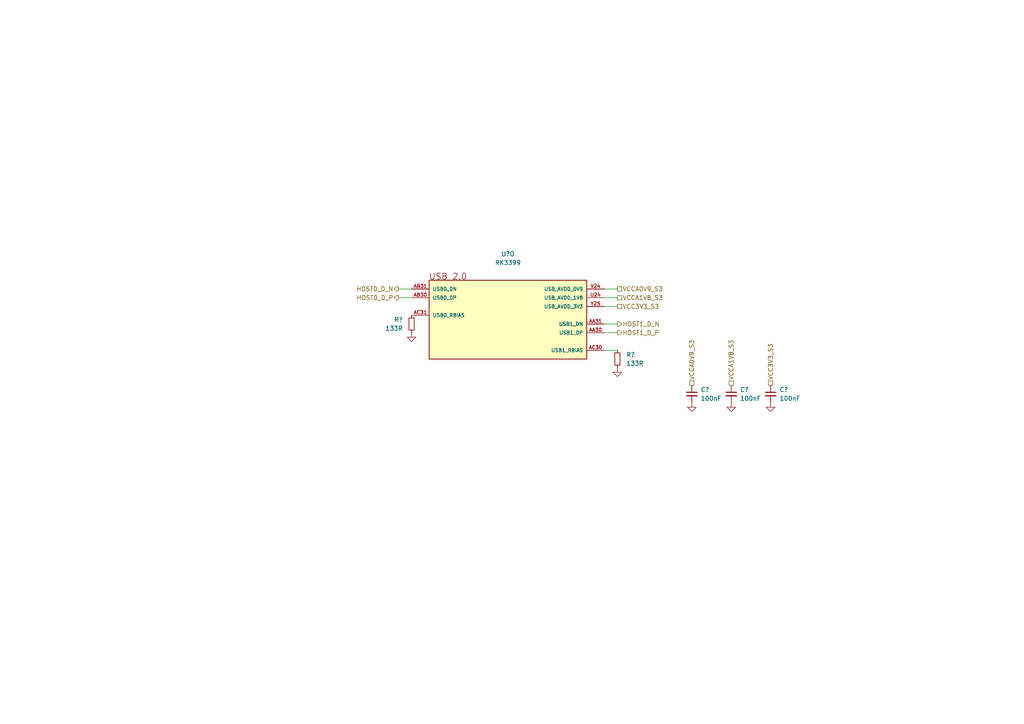
<source format=kicad_sch>
(kicad_sch (version 20231120) (generator "eeschema") (generator_version "8.0")
  (paper "A4")
  (lib_symbols
    (symbol "Device:C_Small" (pin_numbers hide) (pin_names (offset 0.254) hide)
      (property "Reference" "C" (at 0.254 1.778 0))
      (property "Value" "C_Small" (at 0.254 -2.032 0))
      (symbol "C_Small_1_1"
        (pin passive line (at 0 2.54 270) (length 2.032) (name "~") (number "1"))
        (pin passive line (at 0 -2.54 90) (length 2.032) (name "~") (number "2"))
      )
    )
    (symbol "Device:R_Small" (pin_numbers hide) (pin_names (offset 0.254) hide)
      (property "Reference" "R" (at 0.762 0.508 0))
      (property "Value" "R_Small" (at 0.762 -1.016 0))
      (symbol "R_Small_1_1"
        (pin passive line (at 0 2.54 270) (length 0.762) (name "~") (number "1"))
        (pin passive line (at 0 -2.54 90) (length 0.762) (name "~") (number "2"))
      )
    )
    (symbol "RK3399:RK3399" (pin_names (offset 1.016))
      (property "Reference" "U" (at -20.9845 122.432 0))
      (property "Value" "RK3399" (at -21.0083 -119.274 0))
      (symbol "RK3399_1_0"
        (text "Internal Logic Ground and Digital IO Groung" (at -20.4659 119.662 0) (effects (font (size 1.7823 1.7823)) (justify left bottom)))
        (pin power_in line (at -25.4 114.3 0) (length 5.08) (name "VSS_1") (number "A1"))
        (pin power_in line (at -25.4 111.76 0) (length 5.08) (name "VSS_2") (number "A27"))
        (pin power_in line (at -25.4 109.22 0) (length 5.08) (name "VSS_3") (number "A31"))
        (pin power_in line (at 25.4 -109.22 180) (length 5.08) (name "VSS_179") (number "AA10"))
        (pin power_in line (at 25.4 -104.14 180) (length 5.08) (name "VSS_177") (number "AA13"))
        (pin power_in line (at -25.4 106.68 0) (length 5.08) (name "VSS_4") (number "AA3"))
        (pin power_in line (at -25.4 104.14 0) (length 5.08) (name "VSS_5") (number "AA5"))
        (pin power_in line (at -25.4 101.6 0) (length 5.08) (name "VSS_6") (number "AA9"))
        (pin power_in line (at 25.4 -10.16 180) (length 5.08) (name "VSS_140") (number "AB19"))
        (pin power_in line (at -25.4 93.98 0) (length 5.08) (name "VSS_9") (number "AB9"))
        (pin power_in line (at 25.4 -22.86 180) (length 5.08) (name "VSS_145") (number "AC18"))
        (pin power_in line (at -25.4 83.82 0) (length 5.08) (name "VSS_13") (number "AC20"))
        (pin power_in line (at 25.4 10.16 180) (length 5.08) (name "VSS_132") (number "AC21"))
        (pin power_in line (at -25.4 86.36 0) (length 5.08) (name "VSS_12") (number "AC22"))
        (pin power_in line (at -25.4 76.2 0) (length 5.08) (name "VSS_16") (number "AC3"))
        (pin power_in line (at -25.4 68.58 0) (length 5.08) (name "VSS_19") (number "AD10"))
        (pin power_in line (at 25.4 -68.58 180) (length 5.08) (name "VSS_163") (number "AD21"))
        (pin power_in line (at -25.4 88.9 0) (length 5.08) (name "VSS_11") (number "AD22"))
        (pin power_in line (at -25.4 73.66 0) (length 5.08) (name "VSS_17") (number "AD3"))
        (pin power_in line (at -25.4 71.12 0) (length 5.08) (name "VSS_18") (number "AD5"))
        (pin power_in line (at -25.4 81.28 0) (length 5.08) (name "VSS_14") (number "AE23"))
        (pin power_in line (at -25.4 99.06 0) (length 5.08) (name "VSS_7") (number "AF18"))
        (pin power_in line (at -25.4 91.44 0) (length 5.08) (name "VSS_10") (number "AF20"))
        (pin power_in line (at -25.4 66.04 0) (length 5.08) (name "VSS_20") (number "AF9"))
        (pin power_in line (at -25.4 63.5 0) (length 5.08) (name "VSS_21") (number "AG2"))
        (pin power_in line (at 25.4 -111.76 180) (length 5.08) (name "VSS_180") (number "AJ20"))
        (pin power_in line (at 25.4 -91.44 180) (length 5.08) (name "VSS_172") (number "AJ21"))
        (pin power_in line (at 25.4 -93.98 180) (length 5.08) (name "VSS_173") (number "AJ23"))
        (pin power_in line (at 25.4 -96.52 180) (length 5.08) (name "VSS_174") (number "AJ24"))
        (pin power_in line (at 25.4 -99.06 180) (length 5.08) (name "VSS_175") (number "AJ26"))
        (pin power_in line (at 25.4 -101.6 180) (length 5.08) (name "VSS_176") (number "AJ27"))
        (pin power_in line (at 25.4 -88.9 180) (length 5.08) (name "VSS_171") (number "AJ28"))
        (pin power_in line (at -25.4 60.96 0) (length 5.08) (name "VSS_22") (number "AJ5"))
        (pin power_in line (at -25.4 58.42 0) (length 5.08) (name "VSS_23") (number "AL1"))
        (pin power_in line (at 25.4 -106.68 180) (length 5.08) (name "VSS_178") (number "AL31"))
        (pin power_in line (at -25.4 55.88 0) (length 5.08) (name "VSS_24") (number "B5"))
        (pin power_in line (at -25.4 48.26 0) (length 5.08) (name "VSS_27") (number "C11"))
        (pin power_in line (at -25.4 45.72 0) (length 5.08) (name "VSS_28") (number "C12"))
        (pin power_in line (at -25.4 43.18 0) (length 5.08) (name "VSS_29") (number "C14"))
        (pin power_in line (at -25.4 40.64 0) (length 5.08) (name "VSS_30") (number "C15"))
        (pin power_in line (at -25.4 38.1 0) (length 5.08) (name "VSS_31") (number "C17"))
        (pin power_in line (at -25.4 35.56 0) (length 5.08) (name "VSS_32") (number "C18"))
        (pin power_in line (at -25.4 33.02 0) (length 5.08) (name "VSS_33") (number "C20"))
        (pin power_in line (at -25.4 30.48 0) (length 5.08) (name "VSS_34") (number "C21"))
        (pin power_in line (at -25.4 27.94 0) (length 5.08) (name "VSS_35") (number "C23"))
        (pin power_in line (at -25.4 25.4 0) (length 5.08) (name "VSS_36") (number "C24"))
        (pin power_in line (at -25.4 22.86 0) (length 5.08) (name "VSS_37") (number "C26"))
        (pin power_in line (at -25.4 53.34 0) (length 5.08) (name "VSS_25") (number "C8"))
        (pin power_in line (at -25.4 50.8 0) (length 5.08) (name "VSS_26") (number "C9"))
        (pin power_in line (at -25.4 20.32 0) (length 5.08) (name "VSS_38") (number "D5"))
        (pin power_in line (at -25.4 10.16 0) (length 5.08) (name "VSS_42") (number "E12"))
        (pin power_in line (at -25.4 7.62 0) (length 5.08) (name "VSS_43") (number "E15"))
        (pin power_in line (at -25.4 5.08 0) (length 5.08) (name "VSS_44") (number "E18"))
        (pin power_in line (at -25.4 17.78 0) (length 5.08) (name "VSS_39") (number "E2"))
        (pin power_in line (at -25.4 2.54 0) (length 5.08) (name "VSS_45") (number "E21"))
        (pin power_in line (at -25.4 0 0) (length 5.08) (name "VSS_46") (number "E24"))
        (pin power_in line (at -25.4 -2.54 0) (length 5.08) (name "VSS_47") (number "E31"))
        (pin power_in line (at -25.4 15.24 0) (length 5.08) (name "VSS_40") (number "E4"))
        (pin power_in line (at -25.4 12.7 0) (length 5.08) (name "VSS_41") (number "E7"))
        (pin power_in line (at -25.4 -7.62 0) (length 5.08) (name "VSS_49") (number "F15"))
        (pin power_in line (at -25.4 -10.16 0) (length 5.08) (name "VSS_50") (number "F18"))
        (pin power_in line (at -25.4 -12.7 0) (length 5.08) (name "VSS_51") (number "F20"))
        (pin power_in line (at -25.4 -15.24 0) (length 5.08) (name "VSS_52") (number "F21"))
        (pin power_in line (at -25.4 -5.08 0) (length 5.08) (name "VSS_48") (number "F8"))
        (pin power_in line (at -25.4 -22.86 0) (length 5.08) (name "VSS_55") (number "G18"))
        (pin power_in line (at -25.4 -25.4 0) (length 5.08) (name "VSS_56") (number "G27"))
        (pin power_in line (at -25.4 -17.78 0) (length 5.08) (name "VSS_53") (number "G5"))
        (pin power_in line (at -25.4 -20.32 0) (length 5.08) (name "VSS_54") (number "G9"))
        (pin power_in line (at -25.4 -33.02 0) (length 5.08) (name "VSS_59") (number "H10"))
        (pin power_in line (at -25.4 -35.56 0) (length 5.08) (name "VSS_60") (number "H11"))
        (pin power_in line (at -25.4 -38.1 0) (length 5.08) (name "VSS_61") (number "H12"))
        (pin power_in line (at -25.4 -40.64 0) (length 5.08) (name "VSS_62") (number "H13"))
        (pin power_in line (at -25.4 -43.18 0) (length 5.08) (name "VSS_63") (number "H15"))
        (pin power_in line (at -25.4 -45.72 0) (length 5.08) (name "VSS_64") (number "H16"))
        (pin power_in line (at -25.4 -48.26 0) (length 5.08) (name "VSS_65") (number "H17"))
        (pin power_in line (at -25.4 -50.8 0) (length 5.08) (name "VSS_66") (number "H18"))
        (pin power_in line (at -25.4 -53.34 0) (length 5.08) (name "VSS_67") (number "H26"))
        (pin power_in line (at -25.4 -27.94 0) (length 5.08) (name "VSS_57") (number "H3"))
        (pin power_in line (at -25.4 -30.48 0) (length 5.08) (name "VSS_58") (number "H9"))
        (pin power_in line (at -25.4 -68.58 0) (length 5.08) (name "VSS_73") (number "J10"))
        (pin power_in line (at -25.4 -55.88 0) (length 5.08) (name "VSS_68") (number "J3"))
        (pin power_in line (at -25.4 -58.42 0) (length 5.08) (name "VSS_69") (number "J6"))
        (pin power_in line (at -25.4 -60.96 0) (length 5.08) (name "VSS_70") (number "J7"))
        (pin power_in line (at -25.4 -63.5 0) (length 5.08) (name "VSS_71") (number "J8"))
        (pin power_in line (at -25.4 -66.04 0) (length 5.08) (name "VSS_72") (number "J9"))
        (pin power_in line (at -25.4 -76.2 0) (length 5.08) (name "VSS_76") (number "K10"))
        (pin power_in line (at -25.4 -78.74 0) (length 5.08) (name "VSS_77") (number "K12"))
        (pin power_in line (at -25.4 -81.28 0) (length 5.08) (name "VSS_78") (number "K14"))
        (pin power_in line (at -25.4 -83.82 0) (length 5.08) (name "VSS_79") (number "K16"))
        (pin power_in line (at -25.4 -86.36 0) (length 5.08) (name "VSS_80") (number "K18"))
        (pin power_in line (at -25.4 -91.44 0) (length 5.08) (name "VSS_82") (number "K20"))
        (pin power_in line (at -25.4 -96.52 0) (length 5.08) (name "VSS_84") (number "K22"))
        (pin power_in line (at -25.4 -71.12 0) (length 5.08) (name "VSS_74") (number "K8"))
        (pin power_in line (at -25.4 -73.66 0) (length 5.08) (name "VSS_75") (number "K9"))
        (pin power_in line (at -25.4 -106.68 0) (length 5.08) (name "VSS_88") (number "L11"))
        (pin power_in line (at -25.4 -109.22 0) (length 5.08) (name "VSS_89") (number "L12"))
        (pin power_in line (at -25.4 -111.76 0) (length 5.08) (name "VSS_90") (number "L13"))
        (pin power_in line (at 25.4 114.3 180) (length 5.08) (name "VSS_91") (number "L14"))
        (pin power_in line (at 25.4 111.76 180) (length 5.08) (name "VSS_92") (number "L15"))
        (pin power_in line (at 25.4 109.22 180) (length 5.08) (name "VSS_93") (number "L16"))
        (pin power_in line (at 25.4 101.6 180) (length 5.08) (name "VSS_96") (number "L20"))
        (pin power_in line (at 25.4 99.06 180) (length 5.08) (name "VSS_97") (number "L22"))
        (pin power_in line (at 25.4 93.98 180) (length 5.08) (name "VSS_99") (number "L27"))
        (pin power_in line (at -25.4 -99.06 0) (length 5.08) (name "VSS_85") (number "L3"))
        (pin power_in line (at -25.4 -101.6 0) (length 5.08) (name "VSS_86") (number "L6"))
        (pin power_in line (at -25.4 -104.14 0) (length 5.08) (name "VSS_87") (number "L8"))
        (pin power_in line (at 25.4 86.36 180) (length 5.08) (name "VSS_102") (number "M10"))
        (pin power_in line (at 25.4 83.82 180) (length 5.08) (name "VSS_103") (number "M16"))
        (pin power_in line (at 25.4 81.28 180) (length 5.08) (name "VSS_104") (number "M23"))
        (pin power_in line (at 25.4 91.44 180) (length 5.08) (name "VSS_100") (number "M3"))
        (pin power_in line (at 25.4 88.9 180) (length 5.08) (name "VSS_101") (number "M8"))
        (pin power_in line (at 25.4 71.12 180) (length 5.08) (name "VSS_108") (number "N13"))
        (pin power_in line (at 25.4 68.58 180) (length 5.08) (name "VSS_109") (number "N14"))
        (pin power_in line (at 25.4 66.04 180) (length 5.08) (name "VSS_110") (number "N15"))
        (pin power_in line (at 25.4 63.5 180) (length 5.08) (name "VSS_111") (number "N16"))
        (pin power_in line (at 25.4 106.68 180) (length 5.08) (name "VSS_94") (number "N17"))
        (pin power_in line (at -25.4 -93.98 0) (length 5.08) (name "VSS_83") (number "N19"))
        (pin power_in line (at 25.4 96.52 180) (length 5.08) (name "VSS_98") (number "N21"))
        (pin power_in line (at 25.4 78.74 180) (length 5.08) (name "VSS_105") (number "N8"))
        (pin power_in line (at 25.4 50.8 180) (length 5.08) (name "VSS_116") (number "P10"))
        (pin power_in line (at 25.4 76.2 180) (length 5.08) (name "VSS_106") (number "P11"))
        (pin power_in line (at 25.4 73.66 180) (length 5.08) (name "VSS_107") (number "P12"))
        (pin power_in line (at 25.4 48.26 180) (length 5.08) (name "VSS_117") (number "P16"))
        (pin power_in line (at 25.4 43.18 180) (length 5.08) (name "VSS_119") (number "P19"))
        (pin power_in line (at 25.4 38.1 180) (length 5.08) (name "VSS_121") (number "P21"))
        (pin power_in line (at 25.4 60.96 180) (length 5.08) (name "VSS_112") (number "P3"))
        (pin power_in line (at 25.4 58.42 180) (length 5.08) (name "VSS_113") (number "P6"))
        (pin power_in line (at 25.4 55.88 180) (length 5.08) (name "VSS_114") (number "P7"))
        (pin power_in line (at 25.4 53.34 180) (length 5.08) (name "VSS_115") (number "P8"))
        (pin power_in line (at 25.4 17.78 180) (length 5.08) (name "VSS_129") (number "R14"))
        (pin power_in line (at 25.4 15.24 180) (length 5.08) (name "VSS_130") (number "R15"))
        (pin power_in line (at 25.4 12.7 180) (length 5.08) (name "VSS_131") (number "R16"))
        (pin power_in line (at 25.4 -73.66 180) (length 5.08) (name "VSS_165") (number "R18"))
        (pin power_in line (at 25.4 40.64 180) (length 5.08) (name "VSS_120") (number "R21"))
        (pin power_in line (at 25.4 7.62 180) (length 5.08) (name "VSS_133") (number "R23"))
        (pin power_in line (at 25.4 33.02 180) (length 5.08) (name "VSS_123") (number "R3"))
        (pin power_in line (at 25.4 30.48 180) (length 5.08) (name "VSS_124") (number "R5"))
        (pin power_in line (at 25.4 27.94 180) (length 5.08) (name "VSS_125") (number "R6"))
        (pin power_in line (at 25.4 2.54 180) (length 5.08) (name "VSS_135") (number "T10"))
        (pin power_in line (at 25.4 -5.08 180) (length 5.08) (name "VSS_138") (number "T16"))
        (pin power_in line (at 25.4 -81.28 180) (length 5.08) (name "VSS_168") (number "T18"))
        (pin power_in line (at 25.4 35.56 180) (length 5.08) (name "VSS_122") (number "T19"))
        (pin power_in line (at 25.4 -7.62 180) (length 5.08) (name "VSS_139") (number "T21"))
        (pin power_in line (at 25.4 5.08 180) (length 5.08) (name "VSS_134") (number "T8"))
        (pin power_in line (at 25.4 25.4 180) (length 5.08) (name "VSS_126") (number "U11"))
        (pin power_in line (at 25.4 22.86 180) (length 5.08) (name "VSS_127") (number "U12"))
        (pin power_in line (at 25.4 -2.54 180) (length 5.08) (name "VSS_137") (number "U14"))
        (pin power_in line (at 25.4 -17.78 180) (length 5.08) (name "VSS_143") (number "U15"))
        (pin power_in line (at 25.4 -20.32 180) (length 5.08) (name "VSS_144") (number "U16"))
        (pin power_in line (at 25.4 -25.4 180) (length 5.08) (name "VSS_146") (number "U19"))
        (pin power_in line (at 25.4 -27.94 180) (length 5.08) (name "VSS_147") (number "U21"))
        (pin power_in line (at 25.4 -33.02 180) (length 5.08) (name "VSS_149") (number "U22"))
        (pin power_in line (at 25.4 -35.56 180) (length 5.08) (name "VSS_150") (number "U29"))
        (pin power_in line (at 25.4 -12.7 180) (length 5.08) (name "VSS_141") (number "U3"))
        (pin power_in line (at 25.4 -15.24 180) (length 5.08) (name "VSS_142") (number "U8"))
        (pin power_in line (at 25.4 -45.72 180) (length 5.08) (name "VSS_154") (number "V10"))
        (pin power_in line (at 25.4 -30.48 180) (length 5.08) (name "VSS_148") (number "V17"))
        (pin power_in line (at 25.4 -38.1 180) (length 5.08) (name "VSS_151") (number "V3"))
        (pin power_in line (at 25.4 -40.64 180) (length 5.08) (name "VSS_152") (number "V5"))
        (pin power_in line (at 25.4 -43.18 180) (length 5.08) (name "VSS_153") (number "V8"))
        (pin power_in line (at 25.4 20.32 180) (length 5.08) (name "VSS_128") (number "W13"))
        (pin power_in line (at 25.4 -58.42 180) (length 5.08) (name "VSS_159") (number "W17"))
        (pin power_in line (at 25.4 -83.82 180) (length 5.08) (name "VSS_169") (number "W18"))
        (pin power_in line (at 25.4 -78.74 180) (length 5.08) (name "VSS_167") (number "W19"))
        (pin power_in line (at -25.4 -88.9 0) (length 5.08) (name "VSS_81") (number "W21"))
        (pin power_in line (at 25.4 -55.88 180) (length 5.08) (name "VSS_158") (number "W22"))
        (pin power_in line (at 25.4 -60.96 180) (length 5.08) (name "VSS_160") (number "W30"))
        (pin power_in line (at 25.4 -63.5 180) (length 5.08) (name "VSS_161") (number "W8"))
        (pin power_in line (at 25.4 -66.04 180) (length 5.08) (name "VSS_162") (number "W9"))
        (pin power_in line (at -25.4 78.74 0) (length 5.08) (name "VSS_15") (number "Y10"))
        (pin power_in line (at 25.4 -48.26 180) (length 5.08) (name "VSS_155") (number "Y11"))
        (pin power_in line (at 25.4 0 180) (length 5.08) (name "VSS_136") (number "Y12"))
        (pin power_in line (at 25.4 -71.12 180) (length 5.08) (name "VSS_164") (number "Y13"))
        (pin power_in line (at 25.4 -50.8 180) (length 5.08) (name "VSS_156") (number "Y14"))
        (pin power_in line (at 25.4 -53.34 180) (length 5.08) (name "VSS_157") (number "Y15"))
        (pin power_in line (at 25.4 45.72 180) (length 5.08) (name "VSS_118") (number "Y16"))
        (pin power_in line (at 25.4 104.14 180) (length 5.08) (name "VSS_95") (number "Y17"))
        (pin power_in line (at 25.4 -86.36 180) (length 5.08) (name "VSS_170") (number "Y20"))
        (pin power_in line (at -25.4 96.52 0) (length 5.08) (name "VSS_8") (number "Y3"))
        (pin power_in line (at 25.4 -76.2 180) (length 5.08) (name "VSS_166") (number "Y9"))
      )
      (symbol "RK3399_2_0"
        (text "Analog Groung" (at -15.3236 48.4013 0) (effects (font (size 1.784 1.784)) (justify left bottom)))
        (pin power_in line (at -20.32 12.7 0) (length 5.08) (name "AVSS_13") (number "AA11"))
        (pin power_in line (at -20.32 2.54 0) (length 5.08) (name "AVSS_17") (number "AA12"))
        (pin power_in line (at -20.32 -20.32 0) (length 5.08) (name "AVSS_26") (number "AA14"))
        (pin power_in line (at 17.78 0 180) (length 5.08) (name "AVSS_53") (number "AA15"))
        (pin power_in line (at -20.32 35.56 0) (length 5.08) (name "AVSS_4") (number "AA23"))
        (pin power_in line (at -20.32 30.48 0) (length 5.08) (name "AVSS_6") (number "AA26"))
        (pin power_in line (at -20.32 27.94 0) (length 5.08) (name "AVSS_7") (number "AA29"))
        (pin power_in line (at -20.32 15.24 0) (length 5.08) (name "AVSS_12") (number "AB10"))
        (pin power_in line (at -20.32 25.4 0) (length 5.08) (name "AVSS_8") (number "AB11"))
        (pin power_in line (at -20.32 22.86 0) (length 5.08) (name "AVSS_9") (number "AB13"))
        (pin power_in line (at 17.78 27.94 180) (length 5.08) (name "AVSS_42") (number "AB15"))
        (pin power_in line (at 17.78 30.48 180) (length 5.08) (name "AVSS_41") (number "AB16"))
        (pin power_in line (at 17.78 2.54 180) (length 5.08) (name "AVSS_52") (number "AB17"))
        (pin power_in line (at -20.32 33.02 0) (length 5.08) (name "AVSS_5") (number "AB23"))
        (pin power_in line (at 17.78 22.86 180) (length 5.08) (name "AVSS_44") (number "AC11"))
        (pin power_in line (at 17.78 20.32 180) (length 5.08) (name "AVSS_45") (number "AC13"))
        (pin power_in line (at -20.32 20.32 0) (length 5.08) (name "AVSS_10") (number "AC15"))
        (pin power_in line (at -20.32 0 0) (length 5.08) (name "AVSS_18") (number "AC16"))
        (pin power_in line (at 17.78 25.4 180) (length 5.08) (name "AVSS_43") (number "AC17"))
        (pin power_in line (at -20.32 -2.54 0) (length 5.08) (name "AVSS_19") (number "AC23"))
        (pin power_in line (at 17.78 5.08 180) (length 5.08) (name "AVSS_51") (number "AC25"))
        (pin power_in line (at -20.32 10.16 0) (length 5.08) (name "AVSS_14") (number "AC26"))
        (pin power_in line (at -20.32 7.62 0) (length 5.08) (name "AVSS_15") (number "AC29"))
        (pin power_in line (at -20.32 17.78 0) (length 5.08) (name "AVSS_11") (number "AD13"))
        (pin power_in line (at -20.32 5.08 0) (length 5.08) (name "AVSS_16") (number "AD17"))
        (pin power_in line (at 17.78 33.02 180) (length 5.08) (name "AVSS_40") (number "AD26"))
        (pin power_in line (at -20.32 -5.08 0) (length 5.08) (name "AVSS_20") (number "AD29"))
        (pin power_in line (at -20.32 -7.62 0) (length 5.08) (name "AVSS_21") (number "AE11"))
        (pin power_in line (at -20.32 -10.16 0) (length 5.08) (name "AVSS_22") (number "AE12"))
        (pin power_in line (at -20.32 -12.7 0) (length 5.08) (name "AVSS_23") (number "AE14"))
        (pin power_in line (at -20.32 -15.24 0) (length 5.08) (name "AVSS_24") (number "AE17"))
        (pin power_in line (at -20.32 -17.78 0) (length 5.08) (name "AVSS_25") (number "AE27"))
        (pin power_in line (at -20.32 -22.86 0) (length 5.08) (name "AVSS_27") (number "AF17"))
        (pin power_in line (at -20.32 40.64 0) (length 5.08) (name "AVSS_2") (number "AF23"))
        (pin power_in line (at -20.32 38.1 0) (length 5.08) (name "AVSS_3") (number "AF24"))
        (pin power_in line (at -20.32 -25.4 0) (length 5.08) (name "AVSS_28") (number "AF29"))
        (pin power_in line (at -20.32 -27.94 0) (length 5.08) (name "AVSS_29") (number "AG29"))
        (pin power_in line (at -20.32 -30.48 0) (length 5.08) (name "AVSS_30") (number "AH29"))
        (pin power_in line (at -20.32 -40.64 0) (length 5.08) (name "AVSS_34") (number "AJ11"))
        (pin power_in line (at -20.32 -43.18 0) (length 5.08) (name "AVSS_35") (number "AJ12"))
        (pin power_in line (at 17.78 43.18 180) (length 5.08) (name "AVSS_36") (number "AJ14"))
        (pin power_in line (at 17.78 40.64 180) (length 5.08) (name "AVSS_37") (number "AJ15"))
        (pin power_in line (at 17.78 38.1 180) (length 5.08) (name "AVSS_38") (number "AJ17"))
        (pin power_in line (at 17.78 35.56 180) (length 5.08) (name "AVSS_39") (number "AJ18"))
        (pin power_in line (at 17.78 15.24 180) (length 5.08) (name "AVSS_47") (number "AJ29"))
        (pin power_in line (at -20.32 -33.02 0) (length 5.08) (name "AVSS_31") (number "AJ6"))
        (pin power_in line (at -20.32 -35.56 0) (length 5.08) (name "AVSS_32") (number "AJ8"))
        (pin power_in line (at -20.32 -38.1 0) (length 5.08) (name "AVSS_33") (number "AJ9"))
        (pin power_in line (at 17.78 -7.62 180) (length 5.08) (name "EDP_AVSS_1") (number "B31"))
        (pin power_in line (at 17.78 -10.16 180) (length 5.08) (name "EDP_AVSS_2") (number "C28"))
        (pin power_in line (at 17.78 -12.7 180) (length 5.08) (name "EDP_AVSS_3") (number "C29"))
        (pin power_in line (at 17.78 -15.24 180) (length 5.08) (name "EDP_AVSS_4") (number "D29"))
        (pin power_in line (at 17.78 -17.78 180) (length 5.08) (name "EDP_AVSS_5") (number "H19"))
        (pin power_in line (at 17.78 -20.32 180) (length 5.08) (name "EDP_AVSS_6") (number "J21"))
        (pin power_in line (at 17.78 -30.48 180) (length 5.08) (name "PLL_AVSS") (number "P17"))
        (pin power_in line (at 17.78 10.16 180) (length 5.08) (name "AVSS_49") (number "U23"))
        (pin power_in line (at 17.78 7.62 180) (length 5.08) (name "AVSS_50") (number "V23"))
        (pin power_in line (at 17.78 17.78 180) (length 5.08) (name "AVSS_46") (number "W23"))
        (pin power_in line (at -20.32 43.18 0) (length 5.08) (name "AVSS_1") (number "Y23"))
        (pin power_in line (at 17.78 12.7 180) (length 5.08) (name "AVSS_48") (number "Y29"))
      )
      (symbol "RK3399_3_0"
        (text "Internal Center Logic Power" (at -28.0022 15.2819 0) (effects (font (size 1.7808 1.7808)) (justify left bottom)))
        (pin power_in line (at -33.02 10.16 0) (length 5.08) (name "CENTERLOGIC_VDD_1") (number "M11"))
        (pin power_in line (at -33.02 5.08 0) (length 5.08) (name "CENTERLOGIC_VDD_2") (number "M12"))
        (pin power_in line (at -33.02 0 0) (length 5.08) (name "CENTERLOGIC_VDD_3") (number "M13"))
        (pin power_in line (at -33.02 -5.08 0) (length 5.08) (name "CENTERLOGIC_VDD_4") (number "M14"))
        (pin power_in line (at -33.02 -10.16 0) (length 5.08) (name "CENTERLOGIC_VDD_5") (number "M15"))
        (pin power_in line (at 33.02 10.16 180) (length 5.08) (name "CENTERLOGIC_VDD_6") (number "N11"))
        (pin power_in line (at 33.02 5.08 180) (length 5.08) (name "CENTERLOGIC_VDD_7") (number "N12"))
        (pin power_in line (at 33.02 0 180) (length 5.08) (name "CENTERLOGIC_VDD_8") (number "P13"))
        (pin power_in line (at 33.02 -5.08 180) (length 5.08) (name "CENTERLOGIC_VDD_9") (number "P14"))
        (pin power_in line (at 33.02 -10.16 180) (length 5.08) (name "CENTERLOGIC_VDD_10") (number "P15"))
      )
      (symbol "RK3399_4_0"
        (text "Internal GPU Power" (at -17.8724 28.0417 0) (effects (font (size 1.7843 1.7843)) (justify left bottom)))
        (pin power_in line (at -22.86 -10.16 0) (length 5.08) (name "GPU_VDD_8") (number "R11"))
        (pin power_in line (at -22.86 -15.24 0) (length 5.08) (name "GPU_VDD_9") (number "R12"))
        (pin power_in line (at 22.86 15.24 180) (length 5.08) (name "GPU_VDD_13") (number "R13"))
        (pin power_in line (at -22.86 -20.32 0) (length 5.08) (name "GPU_VDD_10") (number "T11"))
        (pin power_in line (at 22.86 25.4 180) (length 5.08) (name "GPU_VDD_11") (number "T12"))
        (pin power_in line (at 22.86 20.32 180) (length 5.08) (name "GPU_VDD_12") (number "T13"))
        (pin power_in line (at 22.86 10.16 180) (length 5.08) (name "GPU_VDD_14") (number "T14"))
        (pin power_in line (at -22.86 -25.4 0) (length 5.08) (name "GPU_VDD_COM") (number "T15"))
        (pin power_in line (at -22.86 -5.08 0) (length 5.08) (name "GPU_VDD_7") (number "U13"))
        (pin power_in line (at 22.86 5.08 180) (length 5.08) (name "GPU_VDD_15") (number "V11"))
        (pin power_in line (at 22.86 0 180) (length 5.08) (name "GPU_VDD_16") (number "V12"))
        (pin power_in line (at -22.86 0 0) (length 5.08) (name "GPU_VDD_6") (number "V13"))
        (pin power_in line (at -22.86 5.08 0) (length 5.08) (name "GPU_VDD_5") (number "V14"))
        (pin power_in line (at -22.86 10.16 0) (length 5.08) (name "GPU_VDD_4") (number "V15"))
        (pin power_in line (at 22.86 -5.08 180) (length 5.08) (name "GPU_VDD_17") (number "V16"))
        (pin power_in line (at 22.86 -20.32 180) (length 5.08) (name "GPU_VDD_20") (number "W10"))
        (pin power_in line (at -22.86 25.4 0) (length 5.08) (name "GPU_VDD_1") (number "W11"))
        (pin power_in line (at -22.86 20.32 0) (length 5.08) (name "GPU_VDD_2") (number "W12"))
        (pin power_in line (at -22.86 15.24 0) (length 5.08) (name "GPU_VDD_3") (number "W14"))
        (pin power_in line (at 22.86 -15.24 180) (length 5.08) (name "GPU_VDD_19") (number "W15"))
        (pin power_in line (at 22.86 -10.16 180) (length 5.08) (name "GPU_VDD_18") (number "W16"))
      )
      (symbol "RK3399_5_0"
        (text "Internal BIG CPU A72 Power" (at -20.4112 17.8514 0) (effects (font (size 1.7837 1.7837)) (justify left bottom)))
        (pin power_in line (at 25.4 -5.08 180) (length 5.08) (name "BIGCPU_VDD_12") (number "K19"))
        (pin power_in line (at 25.4 -10.16 180) (length 5.08) (name "BIGCPU_VDD_13") (number "K21"))
        (pin power_in line (at 25.4 15.24 180) (length 5.08) (name "BIGCPU_VDD_8") (number "L18"))
        (pin power_in line (at -25.4 15.24 0) (length 5.08) (name "BIGCPU_VDD_1") (number "L19"))
        (pin power_in line (at -25.4 10.16 0) (length 5.08) (name "BIGCPU_VDD_2") (number "L21"))
        (pin power_in line (at 25.4 0 180) (length 5.08) (name "BIGCPU_VDD_11") (number "L23"))
        (pin power_in line (at -25.4 5.08 0) (length 5.08) (name "BIGCPU_VDD_3") (number "M18"))
        (pin power_in line (at -25.4 0 0) (length 5.08) (name "BIGCPU_VDD_4") (number "M19"))
        (pin power_in line (at -25.4 -5.08 0) (length 5.08) (name "BIGCPU_VDD_5") (number "M20"))
        (pin power_in line (at -25.4 -10.16 0) (length 5.08) (name "BIGCPU_VDD_6") (number "M21"))
        (pin power_in line (at -25.4 -15.24 0) (length 5.08) (name "BIGCPU_VDD_7") (number "M22"))
        (pin power_in line (at 25.4 -17.78 180) (length 5.08) (name "BIGCPU_VDD_COM") (number "N18"))
        (pin power_in line (at 25.4 5.08 180) (length 5.08) (name "BIGCPU_VDD_10") (number "N20"))
        (pin power_in line (at 25.4 10.16 180) (length 5.08) (name "BIGCPU_VDD_9") (number "N22"))
      )
      (symbol "RK3399_6_0"
        (text "Internal Logic Power" (at -20.413 10.2168 0) (effects (font (size 1.7838 1.7838)) (justify left bottom)))
        (pin power_in line (at 25.4 2.54 180) (length 5.08) (name "LOGIC_VDD_10") (number "L17"))
        (pin power_in line (at 25.4 5.08 180) (length 5.08) (name "LOGIC_VDD_9") (number "M17"))
        (pin power_in line (at 25.4 0 180) (length 5.08) (name "LOGIC_VDD_11") (number "T17"))
        (pin power_in line (at 25.4 7.62 180) (length 5.08) (name "LOGIC_VDD_8") (number "U17"))
        (pin power_in line (at -25.4 -7.62 0) (length 5.08) (name "LOGIC_VDD_7") (number "U18"))
        (pin power_in line (at 25.4 -2.54 180) (length 5.08) (name "LOGIC_VDD_12") (number "U20"))
        (pin power_in line (at -25.4 -2.54 0) (length 5.08) (name "LOGIC_VDD_5") (number "V18"))
        (pin power_in line (at -25.4 0 0) (length 5.08) (name "LOGIC_VDD_4") (number "V19"))
        (pin power_in line (at -25.4 2.54 0) (length 5.08) (name "LOGIC_VDD_3") (number "V20"))
        (pin power_in line (at -25.4 5.08 0) (length 5.08) (name "LOGIC_VDD_2") (number "V21"))
        (pin power_in line (at -25.4 7.62 0) (length 5.08) (name "LOGIC_VDD_1") (number "V22"))
        (pin power_in line (at -25.4 -5.08 0) (length 5.08) (name "LOGIC_VDD_6") (number "W20"))
      )
      (symbol "RK3399_7_0"
        (text "Internal LITTLE CPU A53 Power" (at -20.4095 10.2151 0) (effects (font (size 1.7835 1.7835)) (justify left bottom)))
        (pin power_in line (at -25.4 7.62 0) (length 5.08) (name "LITCPU_VDD_1") (number "P20"))
        (pin power_in line (at -25.4 -7.62 0) (length 5.08) (name "LITCPU_VDD_4") (number "P22"))
        (pin power_in line (at -25.4 2.54 0) (length 5.08) (name "LITCPU_VDD_2") (number "R19"))
        (pin power_in line (at -25.4 -2.54 0) (length 5.08) (name "LITCPU_VDD_3") (number "R20"))
        (pin power_in line (at 25.4 -2.54 180) (length 5.08) (name "LITCPU_VDD_7") (number "R22"))
        (pin power_in line (at 25.4 2.54 180) (length 5.08) (name "LITCPU_VDD_6") (number "T20"))
        (pin power_in line (at 25.4 7.62 180) (length 5.08) (name "LITCPU_VDD_5") (number "T22"))
      )
      (symbol "RK3399_8_0"
        (text "PCIe differential data I/O signals" (at -20.4082 22.9382 0) (effects (font (size 1.7834 1.7834)) (justify left bottom)))
        (pin output line (at 25.4 -2.54 180) (length 5.08) (name "PCIE_TX2_P") (number "AA27"))
        (pin output line (at 25.4 -5.08 180) (length 5.08) (name "PCIE_TX2_N") (number "AA28"))
        (pin input line (at -25.4 5.08 0) (length 5.08) (name "PCIE_RX2_P") (number "AC27"))
        (pin input line (at -25.4 2.54 0) (length 5.08) (name "PCIE_RX2_N") (number "AC28"))
        (pin output line (at 25.4 -10.16 180) (length 5.08) (name "PCIE_TX3_P") (number "AD27"))
        (pin output line (at 25.4 -12.7 180) (length 5.08) (name "PCIE_TX3_N") (number "AD28"))
        (pin output line (at 25.4 -17.78 180) (length 5.08) (name "PCIE_RCLK_100M_N") (number "AD30"))
        (pin output line (at 25.4 -20.32 180) (length 5.08) (name "PCIE_RCLK_100M_P") (number "AD31"))
        (pin output line (at 25.4 12.7 180) (length 5.08) (name "PCIE_TX0_P") (number "AE30"))
        (pin output line (at 25.4 10.16 180) (length 5.08) (name "PCIE_TX0_N") (number "AE31"))
        (pin input clock (at -25.4 -10.16 0) (length 5.08) (name "GPIO4_D0/PCIE_CLKREQNB") (number "AE6"))
        (pin input line (at -25.4 -2.54 0) (length 5.08) (name "PCIE_RX3_P") (number "AF27"))
        (pin input line (at -25.4 -5.08 0) (length 5.08) (name "PCIE_RX3_N") (number "AF28"))
        (pin input line (at -25.4 20.32 0) (length 5.08) (name "PCIE_RX0_P") (number "AF30"))
        (pin input line (at -25.4 17.78 0) (length 5.08) (name "PCIE_RX0_N") (number "AF31"))
        (pin output line (at 25.4 5.08 180) (length 5.08) (name "PCIE_TX1_P") (number "AG30"))
        (pin output line (at 25.4 2.54 180) (length 5.08) (name "PCIE_TX1_N") (number "AG31"))
        (pin input line (at -25.4 12.7 0) (length 5.08) (name "PCIE_RX1_P") (number "AH30"))
        (pin input line (at -25.4 10.16 0) (length 5.08) (name "PCIE_RX1_N") (number "AH31"))
        (pin power_in line (at 25.4 20.32 180) (length 5.08) (name "PCIE_AVDD_0V9") (number "W24"))
        (pin power_in line (at 25.4 17.78 180) (length 5.08) (name "PCIE_AVDD_1V8") (number "Y24"))
      )
      (symbol "RK3399_9_0"
        (text "DDRC0" (at -20.4006 73.8062 0) (effects (font (size 1.7827 1.7827)) (justify left bottom)))
        (pin bidirectional line (at -25.4 63.5 0) (length 5.08) (name "DDR0_DQ3") (number "AA1"))
        (pin bidirectional line (at -25.4 66.04 0) (length 5.08) (name "DDR0_DQ2") (number "AA2"))
        (pin bidirectional line (at -25.4 -17.78 0) (length 5.08) (name "DDR0_DQS0N") (number "AA4"))
        (pin bidirectional line (at -25.4 68.58 0) (length 5.08) (name "DDR0_DQ1") (number "AB1"))
        (pin bidirectional line (at -25.4 71.12 0) (length 5.08) (name "DDR0_DQ0") (number "AB2"))
        (pin bidirectional line (at -25.4 35.56 0) (length 5.08) (name "DDR0_DQ14") (number "AC1"))
        (pin bidirectional line (at -25.4 33.02 0) (length 5.08) (name "DDR0_DQ15") (number "AC2"))
        (pin bidirectional line (at -25.4 -20.32 0) (length 5.08) (name "DDR0_DQS1P") (number "AC4"))
        (pin output line (at 25.4 43.18 180) (length 5.08) (name "DDR0_DM1") (number "AC5"))
        (pin bidirectional line (at -25.4 38.1 0) (length 5.08) (name "DDR0_DQ13") (number "AD1"))
        (pin bidirectional line (at -25.4 43.18 0) (length 5.08) (name "DDR0_DQ11") (number "AD2"))
        (pin bidirectional line (at -25.4 -22.86 0) (length 5.08) (name "DDR0_DQS1N") (number "AD4"))
        (pin bidirectional line (at -25.4 40.64 0) (length 5.08) (name "DDR0_DQ12") (number "AE1"))
        (pin bidirectional line (at -25.4 48.26 0) (length 5.08) (name "DDR0_DQ9") (number "AE2"))
        (pin bidirectional line (at -25.4 45.72 0) (length 5.08) (name "DDR0_DQ10") (number "AF1"))
        (pin bidirectional line (at -25.4 50.8 0) (length 5.08) (name "DDR0_DQ8") (number "AF2"))
        (pin output line (at 25.4 30.48 180) (length 5.08) (name "DDR0_CSN1") (number "B1"))
        (pin output line (at 25.4 -7.62 180) (length 5.08) (name "DDR0_A12") (number "C1"))
        (pin output line (at 25.4 25.4 180) (length 5.08) (name "DDR0_CSN3") (number "C2"))
        (pin output line (at 25.4 -27.94 180) (length 5.08) (name "DDR0_BA0") (number "C3"))
        (pin output line (at 25.4 -2.54 180) (length 5.08) (name "DDR0_A10") (number "D1"))
        (pin output line (at 25.4 -10.16 180) (length 5.08) (name "DDR0_A13") (number "D2"))
        (pin output line (at 25.4 -12.7 180) (length 5.08) (name "DDR0_A14") (number "D3"))
        (pin output line (at 25.4 -60.96 180) (length 5.08) (name "DDR0_CKE0") (number "E1"))
        (pin output line (at 25.4 -5.08 180) (length 5.08) (name "DDR0_A11") (number "E3"))
        (pin output line (at 25.4 20.32 180) (length 5.08) (name "DDR0_A1") (number "F1"))
        (pin output line (at 25.4 22.86 180) (length 5.08) (name "DDR0_A0") (number "F2"))
        (pin output line (at 25.4 53.34 180) (length 5.08) (name "DDR0_RASN") (number "F3"))
        (pin output line (at 25.4 -30.48 180) (length 5.08) (name "DDR0_BA1") (number "F4"))
        (pin output line (at 25.4 -63.5 180) (length 5.08) (name "DDR0_CKE1") (number "F5"))
        (pin output line (at 25.4 17.78 180) (length 5.08) (name "DDR0_A2") (number "G1"))
        (pin output line (at 25.4 15.24 180) (length 5.08) (name "DDR0_A3") (number "G2"))
        (pin output line (at 25.4 -53.34 180) (length 5.08) (name "DDR0_WEN") (number "G6"))
        (pin output line (at 25.4 10.16 180) (length 5.08) (name "DDR0_A5") (number "H1"))
        (pin output line (at 25.4 12.7 180) (length 5.08) (name "DDR0_A4") (number "H2"))
        (pin output line (at 25.4 71.12 180) (length 5.08) (name "DDR0_CLK0P") (number "H4"))
        (pin output line (at 25.4 68.58 180) (length 5.08) (name "DDR0_CLK1P") (number "H5"))
        (pin output line (at 25.4 50.8 180) (length 5.08) (name "DDR0_CASN") (number "H6"))
        (pin output line (at 25.4 -15.24 180) (length 5.08) (name "DDR0_A15") (number "H7"))
        (pin output line (at 25.4 7.62 180) (length 5.08) (name "DDR0_A6") (number "J1"))
        (pin output line (at 25.4 5.08 180) (length 5.08) (name "DDR0_A7") (number "J2"))
        (pin output line (at 25.4 66.04 180) (length 5.08) (name "DDR0_CLK0N") (number "J4"))
        (pin output line (at 25.4 63.5 180) (length 5.08) (name "DDR0_CLK1N") (number "J5"))
        (pin output line (at 25.4 0 180) (length 5.08) (name "DDR0_A9") (number "K1"))
        (pin output line (at 25.4 2.54 180) (length 5.08) (name "DDR0_A8") (number "K2"))
        (pin bidirectional line (at -25.4 -2.54 0) (length 5.08) (name "DDR0_DQ29") (number "L1"))
        (pin power_in line (at -25.4 -66.04 0) (length 5.08) (name "DDR0_VDD_2") (number "L10"))
        (pin bidirectional line (at -25.4 -7.62 0) (length 5.08) (name "DDR0_DQ31") (number "L2"))
        (pin output line (at 25.4 -38.1 180) (length 5.08) (name "DDR0_ODT0") (number "L4"))
        (pin output line (at 25.4 -40.64 180) (length 5.08) (name "DDR0_ODT1") (number "L5"))
        (pin output line (at 25.4 58.42 180) (length 5.08) (name "DDR0_RESETN") (number "L7"))
        (pin power_in line (at -25.4 -63.5 0) (length 5.08) (name "DDR0_VDD_1") (number "L9"))
        (pin bidirectional line (at -25.4 2.54 0) (length 5.08) (name "DDR0_DQ27") (number "M1"))
        (pin bidirectional line (at -25.4 -5.08 0) (length 5.08) (name "DDR0_DQ30") (number "M2"))
        (pin output line (at 25.4 -33.02 180) (length 5.08) (name "DDR0_BA2") (number "M4"))
        (pin output line (at 25.4 27.94 180) (length 5.08) (name "DDR0_CSN2") (number "M5"))
        (pin output line (at 25.4 33.02 180) (length 5.08) (name "DDR0_CSN0") (number "M6"))
        (pin power_in line (at -25.4 -60.96 0) (length 5.08) (name "DDR0_CLK_VDD") (number "M7"))
        (pin power_in line (at -25.4 -68.58 0) (length 5.08) (name "DDR0_VDD_3") (number "M9"))
        (pin bidirectional line (at -25.4 5.08 0) (length 5.08) (name "DDR0_DQ26") (number "N1"))
        (pin power_in line (at -25.4 -73.66 0) (length 5.08) (name "DDR0_VDD_5") (number "N10"))
        (pin bidirectional line (at -25.4 0 0) (length 5.08) (name "DDR0_DQ28") (number "N2"))
        (pin power_in line (at -25.4 -71.12 0) (length 5.08) (name "DDR0_VDD_4") (number "N9"))
        (pin bidirectional line (at -25.4 10.16 0) (length 5.08) (name "DDR0_DQ24") (number "P1"))
        (pin bidirectional line (at -25.4 7.62 0) (length 5.08) (name "DDR0_DQ25") (number "P2"))
        (pin bidirectional line (at -25.4 -30.48 0) (length 5.08) (name "DDR0_DQS3P") (number "P4"))
        (pin output line (at 25.4 38.1 180) (length 5.08) (name "DDR0_DM3") (number "P5"))
        (pin power_in line (at -25.4 -76.2 0) (length 5.08) (name "DDR0_VDD_6") (number "P9"))
        (pin bidirectional line (at -25.4 12.7 0) (length 5.08) (name "DDR0_DQ23") (number "R1"))
        (pin power_in line (at 25.4 -68.58 180) (length 5.08) (name "DDR0_VDD_8") (number "R10"))
        (pin bidirectional line (at -25.4 15.24 0) (length 5.08) (name "DDR0_DQ22") (number "R2"))
        (pin bidirectional line (at -25.4 -33.02 0) (length 5.08) (name "DDR0_DQS3N") (number "R4"))
        (pin bidirectional line (at -25.4 -43.18 0) (length 5.08) (name "DDR0_PZQ") (number "R7"))
        (pin power_in line (at -25.4 -58.42 0) (length 5.08) (name "DDR0PLL_AVDD_0V9") (number "R8"))
        (pin power_in line (at -25.4 -78.74 0) (length 5.08) (name "DDR0_VDD_7") (number "R9"))
        (pin bidirectional line (at -25.4 20.32 0) (length 5.08) (name "DDR0_DQ20") (number "T1"))
        (pin bidirectional line (at -25.4 17.78 0) (length 5.08) (name "DDR0_DQ21") (number "T2"))
        (pin power_in line (at 25.4 -71.12 180) (length 5.08) (name "DDR0_VDD_9") (number "T9"))
        (pin bidirectional line (at -25.4 25.4 0) (length 5.08) (name "DDR0_DQ18") (number "U1"))
        (pin power_in line (at 25.4 -76.2 180) (length 5.08) (name "DDR0_VDD_11") (number "U10"))
        (pin bidirectional line (at -25.4 22.86 0) (length 5.08) (name "DDR0_DQ19") (number "U2"))
        (pin bidirectional line (at -25.4 -25.4 0) (length 5.08) (name "DDR0_DQS2P") (number "U4"))
        (pin output line (at 25.4 40.64 180) (length 5.08) (name "DDR0_DM2") (number "U5"))
        (pin output line (at 25.4 -20.32 180) (length 5.08) (name "DDR0_ATB0") (number "U6"))
        (pin output line (at 25.4 -22.86 180) (length 5.08) (name "DDR0_ATB1") (number "U7"))
        (pin power_in line (at 25.4 -73.66 180) (length 5.08) (name "DDR0_VDD_10") (number "U9"))
        (pin bidirectional line (at -25.4 30.48 0) (length 5.08) (name "DDR0_DQ16") (number "V1"))
        (pin bidirectional line (at -25.4 27.94 0) (length 5.08) (name "DDR0_DQ17") (number "V2"))
        (pin bidirectional line (at -25.4 -27.94 0) (length 5.08) (name "DDR0_DQS2N") (number "V4"))
        (pin output line (at 25.4 -45.72 180) (length 5.08) (name "DDR0_PLL_TESTOUT_P") (number "V6"))
        (pin output line (at 25.4 -48.26 180) (length 5.08) (name "DDR0_PLL_TESTOUT_N") (number "V7"))
        (pin power_in line (at 25.4 -78.74 180) (length 5.08) (name "DDR0_VDD_12") (number "V9"))
        (pin bidirectional line (at -25.4 55.88 0) (length 5.08) (name "DDR0_DQ6") (number "W1"))
        (pin bidirectional line (at -25.4 53.34 0) (length 5.08) (name "DDR0_DQ7") (number "W2"))
        (pin bidirectional line (at -25.4 58.42 0) (length 5.08) (name "DDR0_DQ5") (number "Y1"))
        (pin bidirectional line (at -25.4 60.96 0) (length 5.08) (name "DDR0_DQ4") (number "Y2"))
        (pin bidirectional line (at -25.4 -15.24 0) (length 5.08) (name "DDR0_DQS0P") (number "Y4"))
        (pin output line (at 25.4 45.72 180) (length 5.08) (name "DDR0_DM0") (number "Y5"))
      )
      (symbol "RK3399_10_0"
        (text "DDRC1" (at -20.4001 73.8044 0) (effects (font (size 1.7827 1.7827)) (justify left bottom)))
        (pin output line (at 25.4 45.72 180) (length 5.08) (name "DDR1_A1") (number "A10"))
        (pin bidirectional line (at -25.4 45.72 0) (length 5.08) (name "DDR1_DQ10") (number "A11"))
        (pin bidirectional line (at -25.4 40.64 0) (length 5.08) (name "DDR1_DQ12") (number "A12"))
        (pin bidirectional line (at -25.4 38.1 0) (length 5.08) (name "DDR1_DQ13") (number "A13"))
        (pin bidirectional line (at -25.4 35.56 0) (length 5.08) (name "DDR1_DQ14") (number "A14"))
        (pin bidirectional line (at -25.4 68.58 0) (length 5.08) (name "DDR1_DQ1") (number "A15"))
        (pin bidirectional line (at -25.4 63.5 0) (length 5.08) (name "DDR1_DQ3") (number "A16"))
        (pin bidirectional line (at -25.4 58.42 0) (length 5.08) (name "DDR1_DQ5") (number "A17"))
        (pin bidirectional line (at -25.4 55.88 0) (length 5.08) (name "DDR1_DQ6") (number "A18"))
        (pin bidirectional line (at -25.4 30.48 0) (length 5.08) (name "DDR1_DQ16") (number "A19"))
        (pin output line (at 25.4 68.58 180) (length 5.08) (name "DDR1_CSN1") (number "A2"))
        (pin bidirectional line (at -25.4 25.4 0) (length 5.08) (name "DDR1_DQ18") (number "A20"))
        (pin bidirectional line (at -25.4 20.32 0) (length 5.08) (name "DDR1_DQ20") (number "A21"))
        (pin bidirectional line (at -25.4 12.7 0) (length 5.08) (name "DDR1_DQ23") (number "A22"))
        (pin bidirectional line (at -25.4 10.16 0) (length 5.08) (name "DDR1_DQ24") (number "A23"))
        (pin bidirectional line (at -25.4 5.08 0) (length 5.08) (name "DDR1_DQ26") (number "A24"))
        (pin bidirectional line (at -25.4 2.54 0) (length 5.08) (name "DDR1_DQ27") (number "A25"))
        (pin bidirectional line (at -25.4 -2.54 0) (length 5.08) (name "DDR1_DQ29") (number "A26"))
        (pin output line (at 25.4 17.78 180) (length 5.08) (name "DDR1_A12") (number "A3"))
        (pin output line (at 25.4 22.86 180) (length 5.08) (name "DDR1_A10") (number "A4"))
        (pin output line (at 25.4 -60.96 180) (length 5.08) (name "DDR1_CKE0") (number "A5"))
        (pin output line (at 25.4 25.4 180) (length 5.08) (name "DDR1_A9") (number "A6"))
        (pin output line (at 25.4 30.48 180) (length 5.08) (name "DDR1_A7") (number "A7"))
        (pin output line (at 25.4 35.56 180) (length 5.08) (name "DDR1_A5") (number "A8"))
        (pin output line (at 25.4 40.64 180) (length 5.08) (name "DDR1_A3") (number "A9"))
        (pin output line (at 25.4 48.26 180) (length 5.08) (name "DDR1_A0") (number "B10"))
        (pin bidirectional line (at -25.4 50.8 0) (length 5.08) (name "DDR1_DQ8") (number "B11"))
        (pin bidirectional line (at -25.4 48.26 0) (length 5.08) (name "DDR1_DQ9") (number "B12"))
        (pin bidirectional line (at -25.4 43.18 0) (length 5.08) (name "DDR1_DQ11") (number "B13"))
        (pin bidirectional line (at -25.4 33.02 0) (length 5.08) (name "DDR1_DQ15") (number "B14"))
        (pin bidirectional line (at -25.4 71.12 0) (length 5.08) (name "DDR1_DQ0") (number "B15"))
        (pin bidirectional line (at -25.4 66.04 0) (length 5.08) (name "DDR1_DQ2") (number "B16"))
        (pin bidirectional line (at -25.4 60.96 0) (length 5.08) (name "DDR1_DQ4") (number "B17"))
        (pin bidirectional line (at -25.4 53.34 0) (length 5.08) (name "DDR1_DQ7") (number "B18"))
        (pin bidirectional line (at -25.4 27.94 0) (length 5.08) (name "DDR1_DQ17") (number "B19"))
        (pin output line (at 25.4 -7.62 180) (length 5.08) (name "DDR1_BA0") (number "B2"))
        (pin bidirectional line (at -25.4 22.86 0) (length 5.08) (name "DDR1_DQ19") (number "B20"))
        (pin bidirectional line (at -25.4 17.78 0) (length 5.08) (name "DDR1_DQ21") (number "B21"))
        (pin bidirectional line (at -25.4 15.24 0) (length 5.08) (name "DDR1_DQ22") (number "B22"))
        (pin bidirectional line (at -25.4 7.62 0) (length 5.08) (name "DDR1_DQ25") (number "B23"))
        (pin bidirectional line (at -25.4 0 0) (length 5.08) (name "DDR1_DQ28") (number "B24"))
        (pin bidirectional line (at -25.4 -5.08 0) (length 5.08) (name "DDR1_DQ30") (number "B25"))
        (pin bidirectional line (at -25.4 -7.62 0) (length 5.08) (name "DDR1_DQ31") (number "B26"))
        (pin output line (at 25.4 63.5 180) (length 5.08) (name "DDR1_CSN3") (number "B3"))
        (pin output line (at 25.4 15.24 180) (length 5.08) (name "DDR1_A13") (number "B4"))
        (pin output line (at 25.4 27.94 180) (length 5.08) (name "DDR1_A8") (number "B6"))
        (pin output line (at 25.4 33.02 180) (length 5.08) (name "DDR1_A6") (number "B7"))
        (pin output line (at 25.4 38.1 180) (length 5.08) (name "DDR1_A4") (number "B8"))
        (pin output line (at 25.4 43.18 180) (length 5.08) (name "DDR1_A2") (number "B9"))
        (pin output line (at 25.4 12.7 180) (length 5.08) (name "DDR1_A14") (number "C4"))
        (pin output line (at 25.4 20.32 180) (length 5.08) (name "DDR1_A11") (number "C5"))
        (pin output line (at 25.4 -25.4 180) (length 5.08) (name "DDR1_RASN") (number "C6"))
        (pin output line (at 25.4 -48.26 180) (length 5.08) (name "DDR1_ODT0") (number "D11"))
        (pin output line (at 25.4 -12.7 180) (length 5.08) (name "DDR1_BA2") (number "D12"))
        (pin bidirectional line (at -25.4 -20.32 0) (length 5.08) (name "DDR1_DQS1N") (number "D14"))
        (pin bidirectional line (at -25.4 -17.78 0) (length 5.08) (name "DDR1_DQS1P") (number "D15"))
        (pin bidirectional line (at -25.4 -15.24 0) (length 5.08) (name "DDR1_DQS0N") (number "D17"))
        (pin bidirectional line (at -25.4 -12.7 0) (length 5.08) (name "DDR1_DQS0P") (number "D18"))
        (pin bidirectional line (at -25.4 -25.4 0) (length 5.08) (name "DDR1_DQS2N") (number "D20"))
        (pin bidirectional line (at -25.4 -22.86 0) (length 5.08) (name "DDR1_DQS2P") (number "D21"))
        (pin bidirectional line (at -25.4 -30.48 0) (length 5.08) (name "DDR1_DQS3N") (number "D23"))
        (pin bidirectional line (at -25.4 -27.94 0) (length 5.08) (name "DDR1_DQS3P") (number "D24"))
        (pin output line (at 25.4 -10.16 180) (length 5.08) (name "DDR1_BA1") (number "D6"))
        (pin output line (at 25.4 -17.78 180) (length 5.08) (name "DDR1_CLK0N") (number "D8"))
        (pin output line (at 25.4 -33.02 180) (length 5.08) (name "DDR1_CLK0P") (number "D9"))
        (pin output line (at 25.4 -50.8 180) (length 5.08) (name "DDR1_ODT1") (number "E11"))
        (pin output line (at 25.4 55.88 180) (length 5.08) (name "DDR1_DM1") (number "E14"))
        (pin output line (at 25.4 58.42 180) (length 5.08) (name "DDR1_DM0") (number "E17"))
        (pin output line (at 25.4 53.34 180) (length 5.08) (name "DDR1_DM2") (number "E20"))
        (pin output line (at 25.4 50.8 180) (length 5.08) (name "DDR1_DM3") (number "E23"))
        (pin output line (at 25.4 -63.5 180) (length 5.08) (name "DDR1_CKE1") (number "E6"))
        (pin output line (at 25.4 -20.32 180) (length 5.08) (name "DDR1_CLK1N") (number "E8"))
        (pin output line (at 25.4 -35.56 180) (length 5.08) (name "DDR1_CLK1P") (number "E9"))
        (pin output line (at 25.4 66.04 180) (length 5.08) (name "DDR1_CSN2") (number "F11"))
        (pin output line (at 25.4 71.12 180) (length 5.08) (name "DDR1_CSN0") (number "F12"))
        (pin output line (at 25.4 -40.64 180) (length 5.08) (name "DDR1_PLL_TESTOUT_P") (number "F14"))
        (pin output line (at 25.4 0 180) (length 5.08) (name "DDR1_ATB0") (number "F17"))
        (pin output line (at 25.4 -55.88 180) (length 5.08) (name "DDR1_WEN") (number "F7"))
        (pin output line (at 25.4 -27.94 180) (length 5.08) (name "DDR1_CASN") (number "F9"))
        (pin output line (at 25.4 5.08 180) (length 5.08) (name "DDR1_RESETN") (number "G11"))
        (pin power_in line (at -25.4 -60.96 0) (length 5.08) (name "DDR1_CLK_VDD") (number "G12"))
        (pin output line (at 25.4 -43.18 180) (length 5.08) (name "DDR1_PLL_TESTOUT_N") (number "G14"))
        (pin bidirectional line (at -25.4 -40.64 0) (length 5.08) (name "DDR1_PZQ") (number "G15"))
        (pin output line (at 25.4 -2.54 180) (length 5.08) (name "DDR1_ATB1") (number "G17"))
        (pin output line (at 25.4 10.16 180) (length 5.08) (name "DDR1_A15") (number "G8"))
        (pin power_in line (at -25.4 -58.42 0) (length 5.08) (name "DDR1PLL_AVDD_0V9") (number "H14"))
        (pin power_in line (at -25.4 -63.5 0) (length 5.08) (name "DDR1_VDD_1") (number "J11"))
        (pin power_in line (at -25.4 -66.04 0) (length 5.08) (name "DDR1_VDD_2") (number "J12"))
        (pin power_in line (at -25.4 -68.58 0) (length 5.08) (name "DDR1_VDD_3") (number "J13"))
        (pin power_in line (at -25.4 -71.12 0) (length 5.08) (name "DDR1_VDD_4") (number "J14"))
        (pin power_in line (at -25.4 -73.66 0) (length 5.08) (name "DDR1_VDD_5") (number "J15"))
        (pin power_in line (at -25.4 -76.2 0) (length 5.08) (name "DDR1_VDD_6") (number "J16"))
        (pin power_in line (at -25.4 -78.74 0) (length 5.08) (name "DDR1_VDD_7") (number "J17"))
        (pin power_in line (at 25.4 -68.58 180) (length 5.08) (name "DDR1_VDD_8") (number "J18"))
        (pin power_in line (at 25.4 -71.12 180) (length 5.08) (name "DDR1_VDD_9") (number "K11"))
        (pin power_in line (at 25.4 -73.66 180) (length 5.08) (name "DDR1_VDD_10") (number "K13"))
        (pin power_in line (at 25.4 -76.2 180) (length 5.08) (name "DDR1_VDD_11") (number "K15"))
        (pin power_in line (at 25.4 -78.74 180) (length 5.08) (name "DDR1_VDD_12") (number "K17"))
      )
      (symbol "RK3399_11_0"
        (text "MISC" (at -30.602 30.5873 0) (effects (font (size 1.7843 1.7843)) (justify left bottom)))
        (pin bidirectional line (at -35.56 -15.24 0) (length 5.08) (name "NC") (number "AA19"))
        (pin bidirectional line (at -35.56 -15.24 0) (length 5.08) (name "NC") (number "AA20"))
        (pin bidirectional line (at -35.56 -15.24 0) (length 5.08) (name "NC") (number "AA22"))
        (pin bidirectional line (at 35.56 15.24 180) (length 5.08) (name "DFTJTAG_TMS") (number "AA24"))
        (pin bidirectional line (at -35.56 -15.24 0) (length 5.08) (name "NC") (number "AB20"))
        (pin bidirectional line (at -35.56 -15.24 0) (length 5.08) (name "NC") (number "AB22"))
        (pin bidirectional line (at 35.56 12.7 180) (length 5.08) (name "DFTJTAG_TRSTN") (number "AB24"))
        (pin bidirectional line (at -35.56 -15.24 0) (length 5.08) (name "NC") (number "AC12"))
        (pin bidirectional line (at -35.56 -15.24 0) (length 5.08) (name "NC") (number "AC14"))
        (pin bidirectional line (at -35.56 -15.24 0) (length 5.08) (name "NC") (number "AD11"))
        (pin bidirectional line (at -35.56 -15.24 0) (length 5.08) (name "NC") (number "AD12"))
        (pin bidirectional line (at -35.56 -15.24 0) (length 5.08) (name "NC") (number "AD14"))
        (pin bidirectional line (at -35.56 -15.24 0) (length 5.08) (name "NC") (number "AD15"))
        (pin passive line (at -35.56 -10.16 0) (length 5.08) (name "EFUSE") (number "AD23"))
        (pin power_in line (at -35.56 -2.54 0) (length 5.08) (name "USIC_AVDD_1V2") (number "AD24"))
        (pin power_in line (at -35.56 -5.08 0) (length 5.08) (name "USIC_AVDD_0V9") (number "AD25"))
        (pin bidirectional line (at -35.56 7.62 0) (length 5.08) (name "GPIO4_D6") (number "AG4"))
        (pin bidirectional line (at -35.56 17.78 0) (length 5.08) (name "GPIO4_D2") (number "AH3"))
        (pin bidirectional line (at -35.56 12.7 0) (length 5.08) (name "GPIO4_D4") (number "AH5"))
        (pin bidirectional line (at -35.56 10.16 0) (length 5.08) (name "GPIO4_D5") (number "AJ3"))
        (pin bidirectional line (at -35.56 2.54 0) (length 5.08) (name "USIC_STROBE") (number "AJ30"))
        (pin bidirectional line (at -35.56 0 0) (length 5.08) (name "USIC_DATA") (number "AJ31"))
        (pin output line (at 35.56 20.32 180) (length 5.08) (name "GPIO4_C5/SPDIF_TX") (number "AK1"))
        (pin bidirectional line (at -35.56 15.24 0) (length 5.08) (name "GPIO4_D3") (number "AK3"))
        (pin bidirectional line (at 35.56 -2.54 180) (length 5.08) (name "GPIO4_D1/DP_HOTPLUG") (number "AK4"))
        (pin bidirectional line (at 35.56 -7.62 180) (length 5.08) (name "GPIO1_C6/TCPD_VBUS_SOURCE0") (number "L25"))
        (pin bidirectional line (at 35.56 -10.16 180) (length 5.08) (name "GPIO1_D0/TCPD_VBUS_SOURCE2") (number "L26"))
        (pin bidirectional line (at 35.56 2.54 180) (length 5.08) (name "GPIO1_B5") (number "M24"))
        (pin bidirectional line (at 35.56 -12.7 180) (length 5.08) (name "GPIO1_C7/TCPD_VBUS_SOURCE1") (number "M31"))
        (pin output line (at 35.56 22.86 180) (length 5.08) (name "GPIO0_A2/WIFI_26MHZ") (number "N24"))
        (pin bidirectional line (at 35.56 -15.24 180) (length 5.08) (name "GPIO0_B5/TCPD_VBUS_FDIS/TCPD_VBUS_SOURCE3") (number "P24"))
        (pin bidirectional line (at 35.56 -27.94 180) (length 5.08) (name "GPIO0_A1/DDRIO_PWROFF/TCPD_CCDB_EN") (number "R29"))
        (pin output line (at 35.56 25.4 180) (length 5.08) (name "GPIO1_A5/AP_PWROFF") (number "R30"))
        (pin input line (at -35.56 22.86 0) (length 5.08) (name "NPOR") (number "T30"))
        (pin bidirectional line (at 35.56 5.08 180) (length 5.08) (name "GPIO0_B3") (number "U30"))
        (pin input line (at -35.56 27.94 0) (length 5.08) (name "GPIO0_A0/TEST_CLKOUT0/CLK32K_IN") (number "U31"))
        (pin bidirectional line (at 35.56 -17.78 180) (length 5.08) (name "GPIO0_B4/TCPD_VBUS_BDIS") (number "V26"))
        (pin bidirectional line (at 35.56 -22.86 180) (length 5.08) (name "GPIO0_B1/PMUIO2_VOLSEL") (number "V30"))
        (pin bidirectional line (at 35.56 7.62 180) (length 5.08) (name "GPIO0_B2") (number "W31"))
        (pin output line (at 35.56 27.94 180) (length 5.08) (name "XOUT_OSC") (number "Y30"))
        (pin input line (at -35.56 25.4 0) (length 5.08) (name "XIN_OSC") (number "Y31"))
      )
      (symbol "RK3399_12_0"
        (text "SDMMC" (at -45.8454 12.7562 0) (effects (font (size 1.783 1.783)) (justify left bottom)))
        (pin power_in line (at 50.8 10.16 180) (length 5.08) (name "SDMMC0_VDD") (number "T23"))
        (pin output line (at 50.8 0 180) (length 5.08) (name "SDMMC0_VDDPST") (number "U26"))
        (pin bidirectional line (at -50.8 -5.08 0) (length 5.08) (name "GPIO4_B3/SDMMC0_D3/APJTAG_TMS") (number "U27"))
        (pin input line (at -50.8 10.16 0) (length 5.08) (name "GPIO0_B0/SDMMC0_WRPT/TEST_CLKOUT2") (number "U28"))
        (pin bidirectional line (at -50.8 5.08 0) (length 5.08) (name "GPIO4_B5/SDMMC0_CMD/MCUJTAG_TMS") (number "V25"))
        (pin input line (at 50.8 -5.08 180) (length 5.08) (name "GPIO0_A7/SDMMC0_DET") (number "V28"))
        (pin output line (at 50.8 2.54 180) (length 5.08) (name "GPIO4_B4/SDMMC0_CLKOUT/MUCJTAG_TCK") (number "V29"))
        (pin bidirectional line (at -50.8 0 0) (length 5.08) (name "GPIO4_B1/SDMMC0_D1/UART2A_TX") (number "Y26"))
        (pin bidirectional line (at -50.8 2.54 0) (length 5.08) (name "GPIO4_B0/SDMMC0_D0/UART2A_RX") (number "Y27"))
        (pin bidirectional line (at -50.8 -2.54 0) (length 5.08) (name "GPIO4_B2/SDMMC0_D2/APJTAG_TCK") (number "Y28"))
      )
      (symbol "RK3399_13_0"
        (text "SDIO" (at -43.3368 10.2205 0) (effects (font (size 1.7845 1.7845)) (justify left bottom)))
        (pin bidirectional line (at 48.26 -2.54 180) (length 5.08) (name "GPIO0_A4/SDIO0_INTN") (number "AA25"))
        (pin bidirectional line (at -48.26 5.08 0) (length 5.08) (name "GPIO2_C4/SDIO0_D0/SPI5_RXD") (number "AD8"))
        (pin bidirectional line (at 48.26 2.54 180) (length 5.08) (name "GPIO2_D3/SDIO0_PWREN") (number "AD9"))
        (pin bidirectional line (at -48.26 -2.54 0) (length 5.08) (name "GPIO2_C7/SDIO0_D3/SPI5_CSN0") (number "AE8"))
        (pin bidirectional line (at 48.26 7.62 180) (length 5.08) (name "GPIO2_D1/SDIO0_CLKOUT/TEST_CLKOUT1") (number "AF7"))
        (pin bidirectional line (at 48.26 -7.62 180) (length 5.08) (name "GPIO2_D4/SDIO0_BKPWR") (number "AF8"))
        (pin bidirectional line (at -48.26 0 0) (length 5.08) (name "GPIO2_C6/SDIO0_D2/SPI5_CLK") (number "AG7"))
        (pin bidirectional line (at -48.26 -7.62 0) (length 5.08) (name "GPIO2_D0/SDIO0_CMD") (number "AH6"))
        (pin bidirectional line (at -48.26 2.54 0) (length 5.08) (name "GPIO2_C5/SDIO0_D1/SPI5_TXD") (number "AK5"))
        (pin bidirectional line (at -48.26 7.62 0) (length 5.08) (name "GPIO2_D2/SDIO0_DETN/PCIE_CLKREQN") (number "AL4"))
        (pin bidirectional line (at -48.26 -5.08 0) (length 5.08) (name "GPIO0_A3/SDIO0_WRPT") (number "V31"))
      )
      (symbol "RK3399_14_0"
        (text "eMMC" (at -22.9583 15.3075 0) (effects (font (size 1.7838 1.7838)) (justify left bottom)))
        (pin bidirectional line (at -27.94 -2.54 0) (length 5.08) (name "EMMC_D3") (number "J25"))
        (pin bidirectional line (at -27.94 -5.08 0) (length 5.08) (name "EMMC_D4") (number "J26"))
        (pin bidirectional line (at -27.94 -7.62 0) (length 5.08) (name "EMMC_D5") (number "J27"))
        (pin bidirectional line (at -27.94 5.08 0) (length 5.08) (name "EMMC_D0") (number "J28"))
        (pin bidirectional line (at -27.94 2.54 0) (length 5.08) (name "EMMC_D1") (number "J29"))
        (pin bidirectional line (at -27.94 0 0) (length 5.08) (name "EMMC_D2") (number "J30"))
        (pin bidirectional line (at -27.94 7.62 0) (length 5.08) (name "EMMC_CMD") (number "J31"))
        (pin power_in line (at 27.94 12.7 180) (length 5.08) (name "EMMC_VDD_1V8") (number "K24"))
        (pin bidirectional line (at -27.94 -12.7 0) (length 5.08) (name "EMMC_D7") (number "K30"))
        (pin bidirectional line (at -27.94 12.7 0) (length 5.08) (name "EMMC_STRB") (number "K31"))
        (pin power_in line (at 27.94 10.16 180) (length 5.08) (name "EMMC_COREDLL_0V9") (number "L24"))
        (pin output line (at 27.94 5.08 180) (length 5.08) (name "EMMC_CLK") (number "L28"))
        (pin bidirectional line (at -27.94 10.16 0) (length 5.08) (name "EMMC_CALIO") (number "L29"))
        (pin output line (at 27.94 2.54 180) (length 5.08) (name "EMMC_TP") (number "L30"))
        (pin bidirectional line (at -27.94 -10.16 0) (length 5.08) (name "EMMC_D6") (number "L31"))
        (pin bidirectional line (at 27.94 -2.54 180) (length 5.08) (name "GPIO0_A5/EMMC_PWRON") (number "V27"))
      )
      (symbol "RK3399_15_0"
        (text "USB 2.0" (at -22.946 12.7554 0) (effects (font (size 1.7829 1.7829)) (justify left bottom)))
        (pin bidirectional line (at 27.94 -2.54 180) (length 5.08) (name "USB1_DP") (number "AA30"))
        (pin bidirectional line (at 27.94 0 180) (length 5.08) (name "USB1_DN") (number "AA31"))
        (pin bidirectional line (at -27.94 7.62 0) (length 5.08) (name "USB0_DP") (number "AB30"))
        (pin bidirectional line (at -27.94 10.16 0) (length 5.08) (name "USB0_DN") (number "AB31"))
        (pin input line (at 27.94 -7.62 180) (length 5.08) (name "USB1_RBIAS") (number "AC30"))
        (pin input line (at -27.94 2.54 0) (length 5.08) (name "USB0_RBIAS") (number "AC31"))
        (pin power_in line (at 27.94 7.62 180) (length 5.08) (name "USB_AVDD_1V8") (number "U24"))
        (pin power_in line (at 27.94 10.16 180) (length 5.08) (name "USB_AVDD_0V9") (number "V24"))
        (pin power_in line (at 27.94 5.08 180) (length 5.08) (name "USB_AVDD_3V3") (number "Y25"))
      )
      (symbol "RK3399_16_0"
        (text "USB 3.0" (at -28.07 50.9806 0) (effects (font (size 1.7852 1.7852)) (justify left bottom)))
        (pin power_in line (at 33.02 48.26 180) (length 5.08) (name "TYPEC0_AVDD_1V8") (number "AA18"))
        (pin power_in line (at 33.02 45.72 180) (length 5.08) (name "TYPEC1_AVDD_1V8") (number "AA21"))
        (pin power_in line (at 33.02 43.18 180) (length 5.08) (name "TYPEC0_AVDD_3V3") (number "AB18"))
        (pin power_in line (at 33.02 40.64 180) (length 5.08) (name "TYPEC1_AVDD_3V3") (number "AB21"))
        (pin input line (at 33.02 22.86 180) (length 5.08) (name "TYPEC1_U3VBUSDET") (number "AC19"))
        (pin output line (at -33.02 -17.78 0) (length 5.08) (name "TYPEC0_RCLKM") (number "AD18"))
        (pin input line (at -33.02 45.72 0) (length 5.08) (name "TYPEC0_U3VBUSDET") (number "AD19"))
        (pin output line (at 33.02 -40.64 180) (length 5.08) (name "TYPEC1_RCLKM") (number "AD20"))
        (pin output line (at -33.02 -20.32 0) (length 5.08) (name "TYPEC0_RCLKP") (number "AE18"))
        (pin output line (at 33.02 -43.18 180) (length 5.08) (name "TYPEC1_RCLKP") (number "AE20"))
        (pin input line (at 33.02 20.32 180) (length 5.08) (name "TYPEC1_REXT") (number "AE21"))
        (pin bidirectional line (at 33.02 -30.48 180) (length 5.08) (name "TYPEC1_AUXP_PD_PU") (number "AE24"))
        (pin input line (at 33.02 25.4 180) (length 5.08) (name "TYPEC1_ID") (number "AE26"))
        (pin bidirectional line (at 33.02 2.54 180) (length 5.08) (name "TYPEC1_CC2") (number "AF21"))
        (pin bidirectional line (at 33.02 -27.94 180) (length 5.08) (name "TYPEC1_AUXM_PU_PD") (number "AF25"))
        (pin bidirectional line (at -33.02 -5.08 0) (length 5.08) (name "TYPEC0_AUXM_PU_PD") (number "AG17"))
        (pin input line (at -33.02 43.18 0) (length 5.08) (name "TYPEC0_REXT") (number "AG18"))
        (pin input line (at -33.02 40.64 0) (length 5.08) (name "TYPEC0_REXT_CC") (number "AG20"))
        (pin input line (at 33.02 17.78 180) (length 5.08) (name "TYPEC1_REXT_CC") (number "AG21"))
        (pin bidirectional line (at -33.02 33.02 0) (length 5.08) (name "TYPEC0_DP") (number "AG23"))
        (pin bidirectional line (at 33.02 10.16 180) (length 5.08) (name "TYPEC1_DP") (number "AG24"))
        (pin bidirectional line (at -33.02 -7.62 0) (length 5.08) (name "TYPEC0_AUXP_PD_PU") (number "AH17"))
        (pin bidirectional line (at -33.02 27.94 0) (length 5.08) (name "TYPEC0_CC1") (number "AH18"))
        (pin bidirectional line (at -33.02 25.4 0) (length 5.08) (name "TYPEC0_CC2") (number "AH20"))
        (pin bidirectional line (at 33.02 5.08 180) (length 5.08) (name "TYPEC1_CC1") (number "AH21"))
        (pin bidirectional line (at -33.02 35.56 0) (length 5.08) (name "TYPEC0_DN") (number "AH23"))
        (pin bidirectional line (at 33.02 12.7 180) (length 5.08) (name "TYPEC1_DN") (number "AH24"))
        (pin bidirectional line (at -33.02 -12.7 0) (length 5.08) (name "TYPEC0_AUXP") (number "AK20"))
        (pin bidirectional line (at -33.02 15.24 0) (length 5.08) (name "TYPEC0_RX1P") (number "AK21"))
        (pin output line (at -33.02 17.78 0) (length 5.08) (name "TYPEC0_TX1M") (number "AK22"))
        (pin bidirectional line (at -33.02 2.54 0) (length 5.08) (name "TYPEC0_RX2P") (number "AK23"))
        (pin output line (at -33.02 5.08 0) (length 5.08) (name "TYPEC0_TX2M") (number "AK24"))
        (pin bidirectional line (at 33.02 -7.62 180) (length 5.08) (name "TYPEC1_RX1P") (number "AK25"))
        (pin output line (at 33.02 -5.08 180) (length 5.08) (name "TYPEC1_TX1M") (number "AK26"))
        (pin bidirectional line (at 33.02 -20.32 180) (length 5.08) (name "TYPEC1_RX2P") (number "AK27"))
        (pin output line (at 33.02 -17.78 180) (length 5.08) (name "TYPEC1_TX2M") (number "AK28"))
        (pin bidirectional line (at 33.02 -35.56 180) (length 5.08) (name "TYPEC1_AUXP") (number "AK29"))
        (pin bidirectional line (at -33.02 -25.4 0) (length 5.08) (name "TYPEC0_U2VBUSDET") (number "AK30"))
        (pin bidirectional line (at 33.02 -45.72 180) (length 5.08) (name "TYPEC1_U2VBUSDET") (number "AK31"))
        (pin bidirectional line (at -33.02 -10.16 0) (length 5.08) (name "TYPEC0_AUXM") (number "AL20"))
        (pin bidirectional line (at -33.02 12.7 0) (length 5.08) (name "TYPEC0_RX1M") (number "AL21"))
        (pin output line (at -33.02 20.32 0) (length 5.08) (name "TYPEC0_TX1P") (number "AL22"))
        (pin bidirectional line (at -33.02 0 0) (length 5.08) (name "TYPEC0_RX2M") (number "AL23"))
        (pin output line (at -33.02 7.62 0) (length 5.08) (name "TYPEC0_TX2P") (number "AL24"))
        (pin bidirectional line (at 33.02 -10.16 180) (length 5.08) (name "TYPEC1_RX1M") (number "AL25"))
        (pin output line (at 33.02 -2.54 180) (length 5.08) (name "TYPEC1_TX1P") (number "AL26"))
        (pin bidirectional line (at 33.02 -22.86 180) (length 5.08) (name "TYPEC1_RX2M") (number "AL27"))
        (pin output line (at 33.02 -15.24 180) (length 5.08) (name "TYPEC1_TX2P") (number "AL28"))
        (pin bidirectional line (at 33.02 -33.02 180) (length 5.08) (name "TYPEC1_AUXM") (number "AL29"))
        (pin input line (at -33.02 48.26 0) (length 5.08) (name "TYPEC0_ID") (number "AL30"))
        (pin power_in line (at 33.02 38.1 180) (length 5.08) (name "TYPEC0_AVDD_0V9_2") (number "Y18"))
        (pin power_in line (at 33.02 35.56 180) (length 5.08) (name "TYPEC0_AVDD_0V9_1") (number "Y19"))
        (pin power_in line (at 33.02 33.02 180) (length 5.08) (name "TYPEC1_AVDD_0V9_1") (number "Y21"))
        (pin power_in line (at 33.02 30.48 180) (length 5.08) (name "TYPEC1_AVDD_0V9_2") (number "Y22"))
      )
      (symbol "RK3399_17_0"
        (text "eDP" (at -30.552 17.8281 0) (effects (font (size 1.7813 1.7813)) (justify left bottom)))
        (pin bidirectional line (at -35.56 -7.62 0) (length 5.08) (name "EDP_AUXN") (number "A28"))
        (pin output line (at 35.56 2.54 180) (length 5.08) (name "EDP_TX0N") (number "A29"))
        (pin output line (at 35.56 -2.54 180) (length 5.08) (name "EDP_TX1N") (number "A30"))
        (pin bidirectional line (at -35.56 -12.7 0) (length 5.08) (name "GPIO4_C7/HDMI_CECINOUT/EDP_HOTPLUG") (number "AD7"))
        (pin bidirectional line (at -35.56 -5.08 0) (length 5.08) (name "EDP_AUXP") (number "B28"))
        (pin output line (at 35.56 5.08 180) (length 5.08) (name "EDP_TX0P") (number "B29"))
        (pin output line (at 35.56 0 180) (length 5.08) (name "EDP_TX1P") (number "B30"))
        (pin output line (at 35.56 -5.08 180) (length 5.08) (name "EDP_TX2P") (number "C30"))
        (pin output line (at 35.56 -7.62 180) (length 5.08) (name "EDP_TX2N") (number "C31"))
        (pin output line (at 35.56 -10.16 180) (length 5.08) (name "EDP_TX3P") (number "D30"))
        (pin output line (at 35.56 -12.7 180) (length 5.08) (name "EDP_TX3N") (number "D31"))
        (pin bidirectional line (at -35.56 10.16 0) (length 5.08) (name "EDP_DC_TP") (number "G20"))
        (pin input line (at -35.56 5.08 0) (length 5.08) (name "EDP_REXT") (number "G21"))
        (pin power_in line (at 35.56 15.24 180) (length 5.08) (name "EDP_AVDD_0V9") (number "H20"))
        (pin input line (at -35.56 2.54 0) (length 5.08) (name "EDP_CLK24M_IN") (number "H21"))
        (pin power_in line (at 35.56 12.7 180) (length 5.08) (name "EDP_AVDD_1V8_1") (number "J19"))
        (pin power_in line (at 35.56 10.16 180) (length 5.08) (name "EDP_AVDD_1V8_2") (number "J20"))
      )
      (symbol "RK3399_18_0"
        (text "HDMI" (at -22.9846 15.325 0) (effects (font (size 1.7859 1.7859)) (justify left bottom)))
        (pin power_in line (at 27.94 12.7 180) (length 5.08) (name "HDMI_AVDD_0V9_1") (number "AA16"))
        (pin power_in line (at 27.94 10.16 180) (length 5.08) (name "HDMI_AVDD_0V9_2") (number "AA17"))
        (pin power_in line (at 27.94 7.62 180) (length 5.08) (name "HDMI_AVDD_1V8") (number "AD16"))
        (pin bidirectional line (at -27.94 2.54 0) (length 5.08) (name "HDMI_HPD") (number "AE15"))
        (pin bidirectional line (at -27.94 5.08 0) (length 5.08) (name "HDMI_REXT") (number "AF15"))
        (pin bidirectional line (at -27.94 0 0) (length 5.08) (name "HDMI_TCP") (number "AK16"))
        (pin output line (at 27.94 0 180) (length 5.08) (name "HDMI_TX0P") (number "AK17"))
        (pin output line (at 27.94 -5.08 180) (length 5.08) (name "HDMI_TX1P") (number "AK18"))
        (pin output line (at 27.94 -10.16 180) (length 5.08) (name "HDMI_TX2P") (number "AK19"))
        (pin bidirectional line (at -27.94 -2.54 0) (length 5.08) (name "HDMI_TCN") (number "AL16"))
        (pin output line (at 27.94 2.54 180) (length 5.08) (name "HDMI_TX0N") (number "AL17"))
        (pin output line (at 27.94 -2.54 180) (length 5.08) (name "HDMI_TX1N") (number "AL18"))
        (pin output line (at 27.94 -7.62 180) (length 5.08) (name "HDMI_TX2N") (number "AL19"))
      )
      (symbol "RK3399_19_0"
        (text "MIPI DSI" (at -22.9948 12.7825 0) (effects (font (size 1.7867 1.7867)) (justify left bottom)))
        (pin power_in line (at 27.94 10.16 180) (length 5.08) (name "MIPI_TX0_AVDD_1V8") (number "AB12"))
        (pin bidirectional line (at 27.94 0 180) (length 5.08) (name "MIPI_TX0_REXT") (number "AF12"))
        (pin bidirectional line (at -27.94 -2.54 0) (length 5.08) (name "MIPI_TX0_D2P") (number "AG11"))
        (pin bidirectional line (at 27.94 5.08 180) (length 5.08) (name "MIPI_TX0_CLKP") (number "AG12"))
        (pin bidirectional line (at -27.94 2.54 0) (length 5.08) (name "MIPI_TX0_D1P") (number "AG14"))
        (pin bidirectional line (at -27.94 7.62 0) (length 5.08) (name "MIPI_TX0_D0P") (number "AG15"))
        (pin bidirectional line (at -27.94 -7.62 0) (length 5.08) (name "MIPI_TX0_D3P") (number "AG9"))
        (pin bidirectional line (at -27.94 0 0) (length 5.08) (name "MIPI_TX0_D2N") (number "AH11"))
        (pin bidirectional line (at 27.94 2.54 180) (length 5.08) (name "MIPI_TX0_CLKN") (number "AH12"))
        (pin bidirectional line (at -27.94 5.08 0) (length 5.08) (name "MIPI_TX0_D1N") (number "AH14"))
        (pin bidirectional line (at -27.94 10.16 0) (length 5.08) (name "MIPI_TX0_D0N") (number "AH15"))
        (pin bidirectional line (at -27.94 -5.08 0) (length 5.08) (name "MIPI_TX0_D3N") (number "AH9"))
      )
      (symbol "RK3399_20_0"
        (text "MIPI CSI" (at -22.954 12.7598 0) (effects (font (size 1.7835 1.7835)) (justify left bottom)))
        (pin power_in line (at 27.94 10.16 180) (length 5.08) (name "MIPI_RX0_AVDD_1V8") (number "AB14"))
        (pin bidirectional line (at 27.94 0 180) (length 5.08) (name "MIPI_RX0_REXT") (number "AF14"))
        (pin bidirectional line (at -27.94 -7.62 0) (length 5.08) (name "MIPI_RX0_D3P") (number "AK11"))
        (pin bidirectional line (at -27.94 -2.54 0) (length 5.08) (name "MIPI_RX0_D2P") (number "AK12"))
        (pin bidirectional line (at 27.94 5.08 180) (length 5.08) (name "MIPI_RX0_CLKP") (number "AK13"))
        (pin bidirectional line (at -27.94 2.54 0) (length 5.08) (name "MIPI_RX0_D1P") (number "AK14"))
        (pin bidirectional line (at -27.94 7.62 0) (length 5.08) (name "MIPI_RX0_D0P") (number "AK15"))
        (pin bidirectional line (at -27.94 -5.08 0) (length 5.08) (name "MIPI_RX0_D3N") (number "AL11"))
        (pin bidirectional line (at -27.94 0 0) (length 5.08) (name "MIPI_RX0_D2N") (number "AL12"))
        (pin bidirectional line (at 27.94 2.54 180) (length 5.08) (name "MIPI_RX0_CLKN") (number "AL13"))
        (pin bidirectional line (at -27.94 5.08 0) (length 5.08) (name "MIPI_RX0_D1N") (number "AL14"))
        (pin bidirectional line (at -27.94 10.16 0) (length 5.08) (name "MIPI_RX0_D0N") (number "AL15"))
      )
      (symbol "RK3399_21_0"
        (text "MIPI CSI/DSI" (at -25.503 12.7619 0) (effects (font (size 1.7838 1.7838)) (justify left bottom)))
        (pin power_in line (at 30.48 10.16 180) (length 5.08) (name "MIPI_TX1/RX1_AVDD_1V8") (number "AC10"))
        (pin bidirectional line (at 30.48 0 180) (length 5.08) (name "MIPI_TX1/RX1_REXT") (number "AF11"))
        (pin bidirectional line (at -30.48 -7.62 0) (length 5.08) (name "MIPI_TX1/RX1_D3P") (number "AK10"))
        (pin bidirectional line (at -30.48 7.62 0) (length 5.08) (name "MIPI_TX1/RX1_D0P") (number "AK6"))
        (pin bidirectional line (at -30.48 2.54 0) (length 5.08) (name "MIPI_TX1/RX1_D1P") (number "AK7"))
        (pin bidirectional line (at 30.48 5.08 180) (length 5.08) (name "MIPI_TX1/RX1_CLKP") (number "AK8"))
        (pin bidirectional line (at -30.48 -2.54 0) (length 5.08) (name "MIPI_TX1/RX1_D2P") (number "AK9"))
        (pin bidirectional line (at -30.48 -5.08 0) (length 5.08) (name "MIPI_TX1/RX1_D3N") (number "AL10"))
        (pin bidirectional line (at -30.48 10.16 0) (length 5.08) (name "MIPI_TX1/RX1_D0N") (number "AL6"))
        (pin bidirectional line (at -30.48 5.08 0) (length 5.08) (name "MIPI_TX1/RX1_D1N") (number "AL7"))
        (pin bidirectional line (at 30.48 2.54 180) (length 5.08) (name "MIPI_TX1/RX1_CLKN") (number "AL8"))
        (pin bidirectional line (at -30.48 0 0) (length 5.08) (name "MIPI_TX1/RX1_D2N") (number "AL9"))
      )
      (symbol "RK3399_22_0"
        (text "ISP" (at -40.7701 7.6704 0) (effects (font (size 1.7836 1.7836)) (justify left bottom)))
        (pin bidirectional line (at -45.72 5.08 0) (length 5.08) (name "GPIO1_A0/ISP0_SHUTTER_EN/ISP1_SHUTTER_EN/TCPD_VBUS_SINK_EN") (number "R25"))
        (pin bidirectional line (at -45.72 0 0) (length 5.08) (name "GPIO1_A2/ISP0_FLASHTRIGIN/ISP1_FLASHTRIGIN/TCPD_CC1_VCONN_EN") (number "R26"))
        (pin bidirectional line (at -45.72 -2.54 0) (length 5.08) (name "GPIO1_A3/ISP0_FLASHTRIGOUT/ISP1_FLASHTRIGOUT") (number "R27"))
        (pin bidirectional line (at -45.72 -5.08 0) (length 5.08) (name "GPIO1_A4/ISP0_PRELIGHT_TRIG/ISP1_PRELIGHT_TRIG") (number "R28"))
        (pin bidirectional line (at -45.72 2.54 0) (length 5.08) (name "GPIO1_A1/ISP0_SHUTTER_TRIG/ISP1_SHUTTER_TRIG/TCPD_CC0_VCONN_EN") (number "T31"))
      )
      (symbol "RK3399_23_0"
        (text "SAR-ADC" (at -22.9657 7.6739 0) (effects (font (size 1.7844 1.7844)) (justify left bottom)))
        (pin power_in line (at 27.94 5.08 180) (length 5.08) (name "ADC_AVDD") (number "AC24"))
        (pin input line (at -27.94 0 0) (length 5.08) (name "ADC_IN2") (number "AG25"))
        (pin input line (at -27.94 5.08 0) (length 5.08) (name "ADC_IN0") (number "AG26"))
        (pin input line (at -27.94 -2.54 0) (length 5.08) (name "ADC_IN3") (number "AG28"))
        (pin input line (at -27.94 2.54 0) (length 5.08) (name "ADC_IN1") (number "AH26"))
        (pin input line (at -27.94 -5.08 0) (length 5.08) (name "ADC_IN4") (number "AH27"))
        (pin bidirectional line (at 27.94 0 180) (length 5.08) (name "GPIO1_A6/TSADC_INT") (number "P26"))
      )
      (symbol "RK3399_24_0"
        (text "GMAC" (at -40.771 12.7606 0) (effects (font (size 1.7836 1.7836)) (justify left bottom)))
        (pin bidirectional line (at -45.72 -5.08 0) (length 5.08) (name "GPIO3_B1/MAC_RXDV") (number "C27"))
        (pin bidirectional line (at 45.72 7.62 180) (length 5.08) (name "GPIO3_A4/MAC_TXD0/SPI0_RXD") (number "D26"))
        (pin bidirectional line (at -45.72 -10.16 0) (length 5.08) (name "GPIO3_C0/MAC_COL/UART3_CTSN/SPDIF_TX") (number "D27"))
        (pin bidirectional line (at -45.72 0 0) (length 5.08) (name "GPIO3_A3/MAC_RXD3/SPI4_CSN0") (number "E25"))
        (pin bidirectional line (at -45.72 7.62 0) (length 5.08) (name "GPIO3_A6/MAC_RXD0/SPI0_CLK") (number "E26"))
        (pin bidirectional line (at 45.72 10.16 180) (length 5.08) (name "GPIO3_C1/MAC_TXCLK/UART3_RTSN") (number "E28"))
        (pin bidirectional line (at -45.72 -2.54 0) (length 5.08) (name "GPIO3_B0/MAC_MDC/SPI0_CSN1") (number "E29"))
        (pin bidirectional line (at -45.72 2.54 0) (length 5.08) (name "GPIO3_A2/MAC_RXD2/SPI4_CLK") (number "E30"))
        (pin bidirectional line (at -45.72 -7.62 0) (length 5.08) (name "GPIO3_B2/MAC_RXER/I2C5_SDA") (number "F23"))
        (pin bidirectional line (at 45.72 2.54 180) (length 5.08) (name "GPIO3_A0/MAC_TXD2/SPI4_RXD") (number "F24"))
        (pin bidirectional line (at -45.72 10.16 0) (length 5.08) (name "GPIO3_B6/MAC_RXCLK/UART3_RX") (number "F25"))
        (pin bidirectional line (at -45.72 5.08 0) (length 5.08) (name "GPIO3_A7/MAC_RXD1/SPI0_CSN0") (number "F27"))
        (pin bidirectional line (at 45.72 5.08 180) (length 5.08) (name "GPIO3_A5/MAC_TXD1/SPI0_TXD") (number "G23"))
        (pin bidirectional clock (at 45.72 -7.62 180) (length 5.08) (name "GPIO3_B3/MAC_CLK/I2C5_SCL") (number "G24"))
        (pin bidirectional line (at 45.72 -10.16 180) (length 5.08) (name "GPIO3_B5/MAC_MDIO/UART1_TX") (number "G26"))
        (pin bidirectional line (at 45.72 -2.54 180) (length 5.08) (name "GPIO3_B4/MAC_TXEN/UART1_RX") (number "H22"))
        (pin bidirectional line (at 45.72 0 180) (length 5.08) (name "GPIO3_A1/MAC_TXD3/SPI4_TXD") (number "H23"))
      )
      (symbol "RK3399_25_0"
        (text "UART" (at -30.6068 7.6746 0) (effects (font (size 1.7845 1.7845)) (justify left bottom)))
        (pin bidirectional line (at -35.56 5.08 0) (length 5.08) (name "GPIO2_C0/UART0_RX") (number "AE9"))
        (pin bidirectional line (at 35.56 2.54 180) (length 5.08) (name "GPIO4_C0/I2C3_SDA/UART2B_RX") (number "AG6"))
        (pin bidirectional line (at -35.56 0 0) (length 5.08) (name "GPIO2_C2/UART0_CTSN") (number "AG8"))
        (pin bidirectional line (at -35.56 2.54 0) (length 5.08) (name "GPIO2_C1/UART0_TX") (number "AH8"))
        (pin bidirectional line (at 35.56 0 180) (length 5.08) (name "GPIO4_C4/UART2C_TX") (number "AJ4"))
        (pin bidirectional line (at 35.56 -2.54 180) (length 5.08) (name "GPIO4_C3/UART2C_RX") (number "AK2"))
        (pin bidirectional line (at 35.56 5.08 180) (length 5.08) (name "GPIO4_C1/I2C3_SCL/UART2B_TX") (number "AL2"))
        (pin bidirectional line (at -35.56 -2.54 0) (length 5.08) (name "GPIO2_C3/UART0_RTSN") (number "AL5"))
      )
      (symbol "RK3399_26_0"
        (text "I2C" (at -22.9618 7.6726 0) (effects (font (size 1.7841 1.7841)) (justify left bottom)))
        (pin bidirectional line (at -27.94 5.08 0) (length 5.08) (name "GPIO4_A1/I2C1_SDA") (number "AG1"))
        (pin bidirectional line (at -27.94 -5.08 0) (length 5.08) (name "GPIO1_C4/I2C8_SDA") (number "M29"))
        (pin bidirectional clock (at -27.94 -7.62 0) (length 5.08) (name "GPIO1_C5/I2C8_SCL") (number "M30"))
        (pin bidirectional clock (at -27.94 -2.54 0) (length 5.08) (name "GPIO1_B4/I2C4_SCL") (number "P30"))
        (pin bidirectional line (at -27.94 0 0) (length 5.08) (name "GPIO1_B3/I2C4_SDA") (number "P31"))
        (pin bidirectional clock (at -27.94 2.54 0) (length 5.08) (name "GPIO4_A2/I2C1_SCL") (number "Y6"))
      )
      (symbol "RK3399_27_0"
        (text "PWM" (at -22.9858 7.6806 0) (effects (font (size 1.786 1.786)) (justify left bottom)))
        (pin bidirectional line (at -27.94 5.08 0) (length 5.08) (name "GPIO4_C2/PWM0/VOP0_PWM/VOP1_PWM") (number "AF5"))
        (pin bidirectional line (at -27.94 2.54 0) (length 5.08) (name "GPIO4_C6/PWM1") (number "AL3"))
        (pin bidirectional line (at -27.94 -5.08 0) (length 5.08) (name "GPIO1_B6/PWM3B_IR") (number "M25"))
        (pin bidirectional line (at -27.94 0 0) (length 5.08) (name "GPIO1_C3/PWM2") (number "M28"))
        (pin bidirectional line (at -27.94 -2.54 0) (length 5.08) (name "GPIO0_A6/PWM3A_IR") (number "P25"))
      )
      (symbol "RK3399_28_0"
        (text "Camera IF" (at -45.862 15.306 0) (effects (font (size 1.7836 1.7836)) (justify left bottom)))
        (pin bidirectional line (at 50.8 10.16 180) (length 5.08) (name "GPIO3_B7/MAC_CRS/UART3_TX/CIF_CLKOUTB") (number "B27"))
        (pin bidirectional line (at -50.8 -2.54 0) (length 5.08) (name "GPIO2_A3/VOP_D3/CIF_D3") (number "F28"))
        (pin bidirectional line (at -50.8 -7.62 0) (length 5.08) (name "GPIO2_A5/VOP_D5/CIF_D5") (number "F29"))
        (pin bidirectional line (at -50.8 7.62 0) (length 5.08) (name "GPIO2_B1/SPI2_RXD/CIF_HREF/I2C6_SDA") (number "F30"))
        (pin bidirectional line (at 50.8 7.62 180) (length 5.08) (name "GPIO2_B4/SPI2_CSN0") (number "F31"))
        (pin bidirectional line (at -50.8 -12.7 0) (length 5.08) (name "GPIO2_A7/VOP_D7/CIF_D7/I2C7_SDA") (number "G30"))
        (pin bidirectional line (at -50.8 5.08 0) (length 5.08) (name "GPIO2_A0/VOP_D0/CIF_D0/I2C2_SDA") (number "G31"))
        (pin bidirectional line (at -50.8 12.7 0) (length 5.08) (name "GPIO2_B2/SPI2_TXD/CIF_CLKIN/I2C6_SCL") (number "H24"))
        (pin bidirectional line (at -50.8 2.54 0) (length 5.08) (name "GPIO2_A1/VOP_D1/CIF_D1/I2C2_SCL") (number "H25"))
        (pin bidirectional line (at -50.8 -10.16 0) (length 5.08) (name "GPIO2_A6/VOP_D6/CIF_D6") (number "H27"))
        (pin bidirectional line (at -50.8 10.16 0) (length 5.08) (name "GPIO2_B0/VOP_CLK/CIF_VSYNC/I2C7_SCL") (number "H28"))
        (pin bidirectional line (at -50.8 -5.08 0) (length 5.08) (name "GPIO2_A4/VOP_D4/CIF_D4") (number "H29"))
        (pin bidirectional line (at -50.8 0 0) (length 5.08) (name "GPIO2_A2/VOP_D2/CIF_D2") (number "H30"))
        (pin bidirectional line (at 50.8 12.7 180) (length 5.08) (name "GPIO2_B3/SPI2_CLK/VOP_DEN/CIF_CLKOUTA") (number "H31"))
      )
      (symbol "RK3399_29_0"
        (text "Power" (at -45.8669 12.7623 0) (effects (font (size 1.7838 1.7838)) (justify left bottom)))
        (pin power_in line (at -50.8 -7.62 0) (length 5.08) (name "APIO5_VDDPST") (number "AA8"))
        (pin power_in line (at -50.8 -10.16 0) (length 5.08) (name "APIO3_VDD_1V8") (number "AB8"))
        (pin power_in line (at -50.8 10.16 0) (length 5.08) (name "APIO4_VDDPST") (number "AC8"))
        (pin power_in line (at -50.8 7.62 0) (length 5.08) (name "APIO4_VDD") (number "AC9"))
        (pin power_in line (at -50.8 5.08 0) (length 5.08) (name "APIO1_VDDPST") (number "J22"))
        (pin power_in line (at -50.8 2.54 0) (length 5.08) (name "APIO1_VDD") (number "J23"))
        (pin power_in line (at -50.8 0 0) (length 5.08) (name "APIO2_VDDPST") (number "J24"))
        (pin power_in line (at -50.8 -2.54 0) (length 5.08) (name "APIO2_VDD") (number "K23"))
        (pin power_in line (at 50.8 2.54 180) (length 5.08) (name "PMUIO2_VDDPST") (number "N23"))
        (pin power_in line (at 50.8 -5.08 180) (length 5.08) (name "PLL_AVDD_1V8") (number "P18"))
        (pin power_in line (at 50.8 0 180) (length 5.08) (name "PMUIO2_VDD") (number "P23"))
        (pin power_in line (at 50.8 -2.54 180) (length 5.08) (name "PLL_AVDD_0V9") (number "R17"))
        (pin power_in line (at 50.8 5.08 180) (length 5.08) (name "PMUIO1_VDD_1V8") (number "R24"))
        (pin power_in line (at 50.8 7.62 180) (length 5.08) (name "PMU_VDD_0V9") (number "T24"))
        (pin power_in line (at 50.8 10.16 180) (length 5.08) (name "PMU_VDD_1V8") (number "U25"))
        (pin power_in line (at -50.8 -5.08 0) (length 5.08) (name "APIO5_VDD") (number "Y8"))
      )
      (symbol "RK3399_30_0"
        (text "SPI1" (at -22.9417 7.6659 0) (effects (font (size 1.7825 1.7825)) (justify left bottom)))
        (pin bidirectional line (at -27.94 -2.54 0) (length 5.08) (name "GPIO1_A7/SPI1_RXD/UART4_RX") (number "P27"))
        (pin bidirectional line (at -27.94 5.08 0) (length 5.08) (name "GPIO1_B1/SPI1_CLK/PMCU_JTAG_TCK") (number "P28"))
        (pin bidirectional line (at -27.94 2.54 0) (length 5.08) (name "GPIO1_B2/SPI1_CSN0/PMCU_JTAG_TMS") (number "P29"))
        (pin bidirectional line (at -27.94 0 0) (length 5.08) (name "GPIO1_B0/SPI1_TXD/UART4_TX") (number "R31"))
      )
      (symbol "RK3399_31_0"
        (text "SPI3/I2C0" (at -22.9822 7.6794 0) (effects (font (size 1.7857 1.7857)) (justify left bottom)))
        (pin output line (at -27.94 -2.54 0) (length 5.08) (name "GPIO1_B7/SPI3_RXD/I2C0_SDA") (number "M26"))
        (pin bidirectional line (at -27.94 5.08 0) (length 5.08) (name "GPIO1_C1/SPI3_CLK") (number "M27"))
        (pin input line (at -27.94 0 0) (length 5.08) (name "GPIO1_C0/SPI3_TXD/I2C0_SCL") (number "N30"))
        (pin bidirectional line (at -27.94 2.54 0) (length 5.08) (name "GPIO1_C2/SPI3_CSN0") (number "N31"))
      )
      (symbol "RK3399_32_0"
        (text "I2S" (at -28.0705 12.772 0) (effects (font (size 1.7852 1.7852)) (justify left bottom)))
        (pin bidirectional line (at -33.02 -5.08 0) (length 5.08) (name "GPIO3_D5/I2S0_SDI2SDO2") (number "AA6"))
        (pin bidirectional line (at 33.02 2.54 180) (length 5.08) (name "GPIO4_A4/I2S1_LRCK_RX") (number "AA7"))
        (pin bidirectional line (at 33.02 7.62 180) (length 5.08) (name "GPIO4_A7/I2S1_SDO0") (number "AC6"))
        (pin bidirectional clock (at -33.02 10.16 0) (length 5.08) (name "GPIO4_A0/I2S_CLK") (number "AC7"))
        (pin bidirectional line (at 33.02 10.16 180) (length 5.08) (name "GPIO4_A6/I2S1_SDI0") (number "AD6"))
        (pin bidirectional line (at -33.02 -2.54 0) (length 5.08) (name "GPIO3_D4/I2S0_SDI1SDO3") (number "AE5"))
        (pin bidirectional line (at 33.02 5.08 180) (length 5.08) (name "GPIO4_A3/I2S1_SCLK") (number "AF3"))
        (pin bidirectional line (at -33.02 5.08 0) (length 5.08) (name "GPIO3_D1/I2S0_LRCK_RX") (number "AF4"))
        (pin bidirectional clock (at -33.02 7.62 0) (length 5.08) (name "GPIO3_D0/I2S0_SCLK") (number "AG3"))
        (pin bidirectional line (at -33.02 -10.16 0) (length 5.08) (name "GPIO3_D7/I2S0_SDO0") (number "AH1"))
        (pin bidirectional line (at -33.02 -7.62 0) (length 5.08) (name "GPIO3_D6/I2S0_SDI3SDO1") (number "AH2"))
        (pin bidirectional line (at 33.02 0 180) (length 5.08) (name "GPIO4_A5/I2S1_LRCK_TX") (number "AJ1"))
        (pin bidirectional line (at -33.02 2.54 0) (length 5.08) (name "GPIO3_D2/I2S0_LRCK_TX") (number "AJ2"))
        (pin bidirectional line (at -33.02 0 0) (length 5.08) (name "GPIO3_D3/I2S0_SDI0") (number "Y7"))
      )
    )
    (symbol "power:GND" (power) (pin_names (offset 0))
      (property "Value" "GND" (at 0 -3.81 0))
      (symbol "GND_1_1"
        (pin power_in line (at 0 0 270) (length 0) hide (name "GND") (number "1"))
      )
    )
  )
  (wire (pts (xy 175.26 83.82) (xy 179.07 83.82)))
  (wire (pts (xy 115.57 86.36) (xy 119.38 86.36)))
  (wire (pts (xy 175.26 86.36) (xy 179.07 86.36)))
  (wire (pts (xy 175.26 96.52) (xy 179.07 96.52)))
  (wire (pts (xy 175.26 93.98) (xy 179.07 93.98)))
  (wire (pts (xy 175.26 101.6) (xy 179.07 101.6)))
  (wire (pts (xy 115.57 83.82) (xy 119.38 83.82)))
  (wire (pts (xy 175.26 88.9) (xy 179.07 88.9)))
  (hierarchical_label "HOST0_D_N" (shape output) (at 115.57 83.82 180))
  (hierarchical_label "VCCA0V9_S3" (shape passive) (at 179.07 83.82 0))
  (hierarchical_label "VCCA0V9_S3" (shape passive) (at 200.66 111.76 90))
  (hierarchical_label "VCC3V3_S3" (shape passive) (at 223.52 111.76 90))
  (hierarchical_label "HOST1_D_P" (shape output) (at 179.07 96.52 0))
  (hierarchical_label "HOST1_D_N" (shape output) (at 179.07 93.98 0))
  (hierarchical_label "VCCA1V8_S3" (shape passive) (at 212.09 111.76 90))
  (hierarchical_label "HOST0_D_P" (shape output) (at 115.57 86.36 180))
  (hierarchical_label "VCC3V3_S3" (shape passive) (at 179.07 88.9 0))
  (hierarchical_label "VCCA1V8_S3" (shape passive) (at 179.07 86.36 0))
  (symbol (lib_id "Device:C_Small") (at 223.52 114.3 0) (unit 1)
    (property "Reference" "C?" (at 226.06 113.0363 0) (effects (justify left)))
    (property "Value" "100nF" (at 226.06 115.5763 0) (effects (justify left)))
  )
  (symbol (lib_id "power:GND") (at 119.38 96.52 0) (unit 1)
    (property "Reference" "#PWR087" (effects (hide yes)))
    (property "Value" "GND" (effects (hide yes)))
  )
  (symbol (lib_id "power:GND") (at 212.09 116.84 0) (unit 1)
    (property "Reference" "#PWR090" (effects (hide yes)))
    (property "Value" "GND" (effects (hide yes)))
  )
  (symbol (lib_id "power:GND") (at 223.52 116.84 0) (unit 1)
    (property "Reference" "#PWR091" (effects (hide yes)))
    (property "Value" "GND" (effects (hide yes)))
  )
  (symbol (lib_id "power:GND") (at 200.66 116.84 0) (unit 1)
    (property "Reference" "#PWR089" (effects (hide yes)))
    (property "Value" "GND" (effects (hide yes)))
  )
  (symbol (lib_id "RK3399:RK3399") (at 147.32 93.98 0) (unit 15)
    (property "Reference" "U?" (at 147.32 73.66 0))
    (property "Value" "RK3399" (at 147.32 76.2 0))
    (property "Footprint" "BGA828C65P31X31_2100X2100X161N" (effects (hide yes)))
    (property "Description" "RK3399 ROCK Pi 4 Model A 2GB - ARM® Cortex®-A53, Cortex®-A72 MPU Embedded Evaluation Board" (effects (hide yes)))
    (property "Price" "None" (effects (hide yes)))
    (property "MP" "RK3399" (effects (hide yes)))
    (property "Availability" "Not in stock" (effects (hide yes)))
    (property "Package" "Seeed Technology" (effects (hide yes)))
    (property "MF" "Rockchip" (effects (hide yes)))
  )
  (symbol (lib_id "Device:R_Small") (at 179.07 104.14 0) (mirror y) (unit 1)
    (property "Reference" "R?" (at 181.61 102.87 0) (effects (justify right)))
    (property "Value" "133R" (at 181.61 105.41 0) (effects (justify right)))
  )
  (symbol (lib_id "Device:R_Small") (at 119.38 93.98 0) (unit 1)
    (property "Reference" "R?" (at 116.84 92.71 0) (effects (justify right)))
    (property "Value" "133R" (at 116.84 95.25 0) (effects (justify right)))
  )
  (symbol (lib_id "power:GND") (at 179.07 106.68 0) (mirror y) (unit 1)
    (property "Reference" "#PWR088" (effects (hide yes)))
    (property "Value" "GND" (effects (hide yes)))
  )
  (symbol (lib_id "Device:C_Small") (at 200.66 114.3 0) (unit 1)
    (property "Reference" "C?" (at 203.2 113.0363 0) (effects (justify left)))
    (property "Value" "100nF" (at 203.2 115.5763 0) (effects (justify left)))
  )
  (symbol (lib_id "Device:C_Small") (at 212.09 114.3 0) (unit 1)
    (property "Reference" "C?" (at 214.63 113.0363 0) (effects (justify left)))
    (property "Value" "100nF" (at 214.63 115.5763 0) (effects (justify left)))
  )
)
</source>
